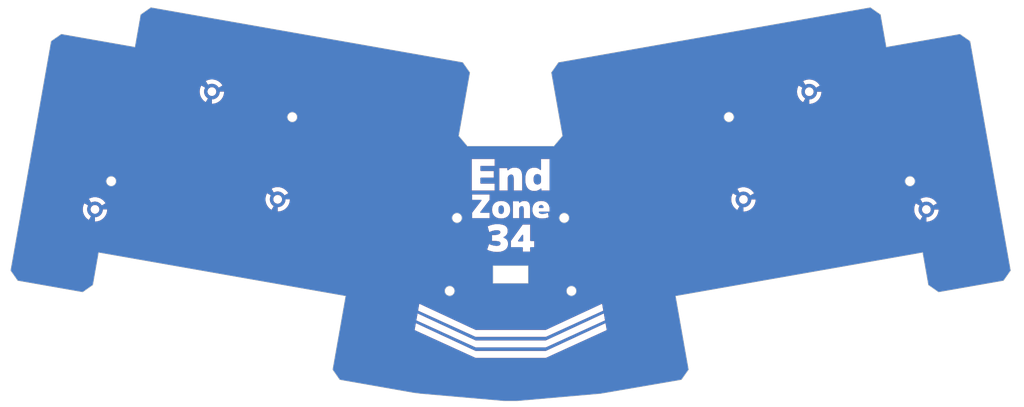
<source format=kicad_pcb>
(kicad_pcb (version 20240108) (generator "pcbnew") (generator_version "8.0")
  (layers (0 "F.Cu" signal) (31 "B.Cu" signal) (34 "B.Paste" user) (35 "F.Paste" user) (36 "B.SilkS" user "B.Silkscreen") (37 "F.SilkS" user "F.Silkscreen") (38 "B.Mask" user) (39 "F.Mask" user) (44 "Edge.Cuts" user))
  (net 0 "")
  (footprint "isw-kbd:M2_ScrewHole_EdgeCuts" (layer "F.Cu") (at 41.922798 56.034725)
    (property "Reference" "Ref**" (hide yes))
    (property "Value" "Val**" (hide yes))
    (fp_circle (center 0 0) (end 1.1 0) (stroke (width 0.1)) (fill none) (layer "Edge.Cuts"))
  )
  (footprint "isw-kbd:M2_ScrewHole_EdgeCuts" (layer "F.Cu") (at 223.956255 56.034725)
    (property "Reference" "Ref**" (hide yes))
    (property "Value" "Val**" (hide yes))
    (fp_circle (center 0 0) (end 1.1 0) (stroke (width 0.1)) (fill none) (layer "Edge.Cuts"))
  )
  (footprint "isw-kbd:M2_ScrewHole_EdgeCuts" (layer "F.Cu") (at 145.152758 64.416722)
    (property "Reference" "Ref**" (hide yes))
    (property "Value" "Val**" (hide yes))
    (fp_circle (center 0 0) (end 1.1 0) (stroke (width 0.1)) (fill none) (layer "Edge.Cuts"))
  )
  (footprint "isw-kbd:M2_ScrewHole_EdgeCuts" (layer "F.Cu") (at 83.183824 41.412089)
    (property "Reference" "Ref**" (hide yes))
    (property "Value" "Val**" (hide yes))
    (fp_circle (center 0 0) (end 1.1 0) (stroke (width 0.1)) (fill none) (layer "Edge.Cuts"))
  )
  (footprint "isw-kbd:M2_ScrewHole_EdgeCuts" (layer "F.Cu") (at 120.726427 64.417372)
    (property "Reference" "Ref**" (hide yes))
    (property "Value" "Val**" (hide yes))
    (fp_circle (center 0 0) (end 1.1 0) (stroke (width 0.1)) (fill none) (layer "Edge.Cuts"))
  )
  (footprint "isw-kbd:M2_ScrewHole_EdgeCuts" (layer "F.Cu") (at 119.061319 81.07143)
    (property "Reference" "Ref**" (hide yes))
    (property "Value" "Val**" (hide yes))
    (fp_circle (center 0 0) (end 1.1 0) (stroke (width 0.1)) (fill none) (layer "Edge.Cuts"))
  )
  (footprint "isw-kbd:M2_ScrewHole_EdgeCuts" (layer "F.Cu") (at 182.688311 41.405031)
    (property "Reference" "Ref**" (hide yes))
    (property "Value" "Val**" (hide yes))
    (fp_circle (center 0 0) (end 1.1 0) (stroke (width 0.1)) (fill none) (layer "Edge.Cuts"))
  )
  (footprint "isw-kbd:M2_ScrewHole_EdgeCuts" (layer "F.Cu") (at 146.803759 81.07143)
    (property "Reference" "Ref**" (hide yes))
    (property "Value" "Val**" (hide yes))
    (fp_circle (center 0 0) (end 1.1 0) (stroke (width 0.1)) (fill none) (layer "Edge.Cuts"))
  )
  (gr_line (start 122.959566 30.209421) (end 122.680178 29.810431) (stroke (width 0.100012)) (layer "Edge.Cuts"))
  (gr_line (start 142.789232 48.02858) (end 123.101061 48.02858) (stroke (width 0.100012)) (layer "Edge.Cuts"))
  (gr_line (start 229.767183 80.86853) (end 229.981661 81.018707) (stroke (width 0.100012)) (layer "Edge.Cuts"))
  (gr_line (start 173.025011 99.710526) (end 173.175997 99.495873) (stroke (width 0.100012)) (layer "Edge.Cuts"))
  (gr_line (start 28.46655 23.906326) (end 28.46655 23.906326) (stroke (width 0.100012)) (layer "Edge.Cuts"))
  (gr_line (start 123.100321 30.410854) (end 123.100321 30.410854) (stroke (width 0.100012)) (layer "Edge.Cuts"))
  (gr_line (start 20.134151 78.049767) (end 20.134151 78.049767) (stroke (width 0.100012)) (layer "Edge.Cuts"))
  (gr_line (start 236.444261 23.220176) (end 236.244249 23.079769) (stroke (width 0.100012)) (layer "Edge.Cuts"))
  (gr_line (start 19.271398 76.817692) (end 19.271398 76.817692) (stroke (width 0.100012)) (layer "Edge.Cuts"))
  (gr_line (start 144.167192 46.386755) (end 143.995386 46.591366) (stroke (width 0.100012)) (layer "Edge.Cuts"))
  (gr_line (start 228.753679 80.158955) (end 228.753679 80.158955) (stroke (width 0.100012)) (layer "Edge.Cuts"))
  (gr_line (start 50.554811 16.660991) (end 50.336372 16.813744) (stroke (width 0.100012)) (layer "Edge.Cuts"))
  (gr_line (start 93.378382 100.455742) (end 93.378382 100.455742) (stroke (width 0.100012)) (layer "Edge.Cuts"))
  (gr_line (start 173.175997 99.495873) (end 173.175997 99.495873) (stroke (width 0.100012)) (layer "Edge.Cuts"))
  (gr_line (start 122.385958 29.390624) (end 122.385958 29.390624) (stroke (width 0.100012)) (layer "Edge.Cuts"))
  (gr_line (start 134.469225 106.179489) (end 134.469225 106.179489) (stroke (width 0.100012)) (layer "Edge.Cuts"))
  (gr_line (start 143.4013 29.534914) (end 143.4013 29.534914) (stroke (width 0.100012)) (layer "Edge.Cuts"))
  (gr_line (start 110.793962 104.310043) (end 110.793962 104.310043) (stroke (width 0.100012)) (layer "Edge.Cuts"))
  (gr_line (start 236.244249 23.079769) (end 236.244249 23.079769) (stroke (width 0.100012)) (layer "Edge.Cuts"))
  (gr_line (start 245.554354 78.338516) (end 245.707079 78.120075) (stroke (width 0.100012)) (layer "Edge.Cuts"))
  (gr_line (start 50.336372 16.813744) (end 50.336372 16.813744) (stroke (width 0.100012)) (layer "Edge.Cuts"))
  (gr_line (start 50.952852 16.382294) (end 50.952852 16.382294) (stroke (width 0.100012)) (layer "Edge.Cuts"))
  (gr_line (start 172.880739 99.915917) (end 172.880739 99.915917) (stroke (width 0.100012)) (layer "Edge.Cuts"))
  (gr_line (start 131.418756 106.179489) (end 131.418756 106.179489) (stroke (width 0.100012)) (layer "Edge.Cuts"))
  (gr_line (start 136.943621 75.319512) (end 128.942629 75.319512) (stroke (width 0.100012)) (layer "Edge.Cuts"))
  (gr_line (start 131.418756 106.179489) (end 134.469225 106.179489) (stroke (width 0.100012)) (layer "Edge.Cuts"))
  (gr_line (start 246.898134 76.419655) (end 246.898134 76.419655) (stroke (width 0.100012)) (layer "Edge.Cuts"))
  (gr_line (start 218.561281 25.415164) (end 217.252825 18.004013) (stroke (width 0.100012)) (layer "Edge.Cuts"))
  (gr_line (start 122.171129 46.920504) (end 122.00638 46.724005) (stroke (width 0.100012)) (layer "Edge.Cuts"))
  (gr_line (start 28.694162 23.746872) (end 28.694162 23.746872) (stroke (width 0.100012)) (layer "Edge.Cuts"))
  (gr_line (start 30.538731 22.455356) (end 30.373561 22.571071) (stroke (width 0.100012)) (layer "Edge.Cuts"))
  (gr_line (start 236.642885 23.359169) (end 236.444261 23.220176) (stroke (width 0.100012)) (layer "Edge.Cuts"))
  (gr_line (start 172.600283 100.314873) (end 172.739977 100.116051) (stroke (width 0.100012)) (layer "Edge.Cuts"))
  (gr_line (start 123.100321 30.410854) (end 122.959566 30.209421) (stroke (width 0.100012)) (layer "Edge.Cuts"))
  (gr_line (start 39.059336 72.316212) (end 95.34054 82.23999) (stroke (width 0.100012)) (layer "Edge.Cuts"))
  (gr_line (start 19.108308 76.584828) (end 19.271398 76.817692) (stroke (width 0.100012)) (layer "Edge.Cuts"))
  (gr_line (start 142.210688 31.235658) (end 142.210688 31.235658) (stroke (width 0.100012)) (layer "Edge.Cuts"))
  (gr_line (start 235.596559 22.626454) (end 235.352083 22.455356) (stroke (width 0.100012)) (layer "Edge.Cuts"))
  (gr_line (start 121.664186 46.316197) (end 121.664186 46.316197) (stroke (width 0.100012)) (layer "Edge.Cuts"))
  (gr_line (start 171.994554 101.176079) (end 171.994554 101.176079) (stroke (width 0.100012)) (layer "Edge.Cuts"))
  (gr_line (start 143.003374 47.773525) (end 142.862963 47.940743) (stroke (width 0.100012)) (layer "Edge.Cuts"))
  (gr_line (start 236.844301 23.500278) (end 236.844301 23.500278) (stroke (width 0.100012)) (layer "Edge.Cuts"))
  (gr_line (start 18.992633 76.419655) (end 18.992633 76.419655) (stroke (width 0.100012)) (layer "Edge.Cuts"))
  (gr_line (start 93.831705 101.103195) (end 94.002802 101.347847) (stroke (width 0.100012)) (layer "Edge.Cuts"))
  (gr_line (start 36.260574 80.771912) (end 36.461975 80.630829) (stroke (width 0.100012)) (layer "Edge.Cuts"))
  (gr_line (start 37.280737 80.057499) (end 37.280737 80.057499) (stroke (width 0.100012)) (layer "Edge.Cuts"))
  (gr_line (start 122.536241 29.605113) (end 122.385958 29.390624) (stroke (width 0.100012)) (layer "Edge.Cuts"))
  (gr_line (start 36.660766 80.491623) (end 36.660766 80.491623) (stroke (width 0.100012)) (layer "Edge.Cuts"))
  (gr_line (start 123.246019 30.618989) (end 123.246019 30.618989) (stroke (width 0.100012)) (layer "Edge.Cuts"))
  (gr_line (start 217.252825 18.004013) (end 217.087374 17.888299) (stroke (width 0.100012)) (layer "Edge.Cuts"))
  (gr_line (start 144.348871 46.170151) (end 144.348871 46.170151) (stroke (width 0.100012)) (layer "Edge.Cuts"))
  (gr_line (start 19.990359 77.844414) (end 19.990359 77.844414) (stroke (width 0.100012)) (layer "Edge.Cuts"))
  (gr_line (start 49.926973 17.100548) (end 49.926973 17.100548) (stroke (width 0.100012)) (layer "Edge.Cuts"))
  (gr_line (start 35.436169 81.349228) (end 35.436169 81.349228) (stroke (width 0.100012)) (layer "Edge.Cuts"))
  (gr_line (start 143.136019 47.615832) (end 143.003374 47.773525) (stroke (width 0.100012)) (layer "Edge.Cuts"))
  (gr_line (start 37.752966 79.726803) (end 39.059336 72.316212) (stroke (width 0.100012)) (layer "Edge.Cuts"))
  (gr_line (start 121.838808 46.524332) (end 121.838808 46.524332) (stroke (width 0.100012)) (layer "Edge.Cuts"))
  (gr_line (start 171.994554 101.176079) (end 172.158586 100.942993) (stroke (width 0.100012)) (layer "Edge.Cuts"))
  (gr_line (start 142.975504 30.143106) (end 142.835451 30.343481) (stroke (width 0.100012)) (layer "Edge.Cuts"))
  (gr_line (start 143.664125 46.986126) (end 143.496561 47.185799) (stroke (width 0.100012)) (layer "Edge.Cuts"))
  (gr_line (start 172.31241 100.724381) (end 172.458452 100.51635) (stroke (width 0.100012)) (layer "Edge.Cuts"))
  (gr_line (start 215.827989 17.006707) (end 215.408174 16.712845) (stroke (width 0.100012)) (layer "Edge.Cuts"))
  (gr_line (start 95.34054 82.23999) (end 92.380739 99.031052) (stroke (width 0.100012)) (layer "Edge.Cuts"))
  (gr_line (start 50.787647 16.498009) (end 50.787647 16.498009) (stroke (width 0.100012)) (layer "Edge.Cuts"))
  (gr_line (start 144.167192 46.386755) (end 144.167192 46.386755) (stroke (width 0.100012)) (layer "Edge.Cuts"))
  (gr_line (start 37.066212 80.207707) (end 37.280737 80.057499) (stroke (width 0.100012)) (layer "Edge.Cuts"))
  (gr_line (start 93.237985 100.255646) (end 93.378382 100.455742) (stroke (width 0.100012)) (layer "Edge.Cuts"))
  (gr_line (start 172.31241 100.724381) (end 172.31241 100.724381) (stroke (width 0.100012)) (layer "Edge.Cuts"))
  (gr_line (start 121.20521 45.769383) (end 121.131479 45.681545) (stroke (width 0.100012)) (layer "Edge.Cuts"))
  (gr_line (start 216.636171 17.572564) (end 216.636171 17.572564) (stroke (width 0.100012)) (layer "Edge.Cuts"))
  (gr_line (start 112.442499 104.518326) (end 131.418756 106.179489) (stroke (width 0.100012)) (layer "Edge.Cuts"))
  (gr_line (start 134.469225 106.179489) (end 153.44832 104.518326) (stroke (width 0.100012)) (layer "Edge.Cuts"))
  (gr_line (start 122.055414 28.918608) (end 122.055414 28.918608) (stroke (width 0.100012)) (layer "Edge.Cuts"))
  (gr_line (start 142.975504 30.143106) (end 142.975504 30.143106) (stroke (width 0.100012)) (layer "Edge.Cuts"))
  (gr_line (start 245.993929 77.710678) (end 246.133272 77.511891) (stroke (width 0.100012)) (layer "Edge.Cuts"))
  (gr_line (start 143.321932 47.393933) (end 143.136019 47.615832) (stroke (width 0.100012)) (layer "Edge.Cuts"))
  (gr_line (start 143.554399 29.316549) (end 143.554399 29.316549) (stroke (width 0.100012)) (layer "Edge.Cuts"))
  (gr_line (start 143.321932 47.393933) (end 143.321932 47.393933) (stroke (width 0.100012)) (layer "Edge.Cuts"))
  (gr_line (start 236.038927 22.936189) (end 236.038927 22.936189) (stroke (width 0.100012)) (layer "Edge.Cuts"))
  (gr_line (start 28.221898 24.077423) (end 18.992633 76.419655) (stroke (width 0.100012)) (layer "Edge.Cuts"))
  (gr_line (start 229.162889 80.445549) (end 229.561861 80.72477) (stroke (width 0.100012)) (layer "Edge.Cuts"))
  (gr_line (start 123.399126 30.837362) (end 123.246019 30.618989) (stroke (width 0.100012)) (layer "Edge.Cuts"))
  (gr_line (start 236.844301 23.500278) (end 236.642885 23.359169) (stroke (width 0.100012)) (layer "Edge.Cuts"))
  (gr_line (start 245.275652 78.736561) (end 245.391374 78.571388) (stroke (width 0.100012)) (layer "Edge.Cuts"))
  (gr_line (start 245.391374 78.571388) (end 245.554354 78.338516) (stroke (width 0.100012)) (layer "Edge.Cuts"))
  (gr_line (start 36.660766 80.491623) (end 36.860895 80.351502) (stroke (width 0.100012)) (layer "Edge.Cuts"))
  (gr_line (start 36.05261 80.917496) (end 36.260574 80.771912) (stroke (width 0.100012)) (layer "Edge.Cuts"))
  (gr_line (start 36.260574 80.771912) (end 36.260574 80.771912) (stroke (width 0.100012)) (layer "Edge.Cuts"))
  (gr_line (start 35.601339 81.233551) (end 35.601339 81.233551) (stroke (width 0.100012)) (layer "Edge.Cuts"))
  (gr_line (start 144.613802 45.854065) (end 144.477632 46.016691) (stroke (width 0.100012)) (layer "Edge.Cuts"))
  (gr_line (start 36.860895 80.351502) (end 36.860895 80.351502) (stroke (width 0.100012)) (layer "Edge.Cuts"))
  (gr_line (start 215.408174 16.712845) (end 215.408174 16.712845) (stroke (width 0.100012)) (layer "Edge.Cuts"))
  (gr_line (start 245.275652 78.736561) (end 245.275652 78.736561) (stroke (width 0.100012)) (layer "Edge.Cuts"))
  (gr_line (start 246.726656 76.664303) (end 246.726656 76.664303) (stroke (width 0.100012)) (layer "Edge.Cuts"))
  (gr_line (start 122.171129 46.920504) (end 122.171129 46.920504) (stroke (width 0.100012)) (layer "Edge.Cuts"))
  (gr_line (start 215.827989 17.006707) (end 215.827989 17.006707) (stroke (width 0.100012)) (layer "Edge.Cuts"))
  (gr_line (start 29.512889 23.17361) (end 29.314098 23.312604) (stroke (width 0.100012)) (layer "Edge.Cuts"))
  (gr_line (start 28.908687 23.59659) (end 28.908687 23.59659) (stroke (width 0.100012)) (layer "Edge.Cuts"))
  (gr_line (start 170.547472 82.23999) (end 226.82892 72.316212) (stroke (width 0.100012)) (layer "Edge.Cuts"))
  (gr_line (start 48.635948 18.004716) (end 47.329645 25.415164) (stroke (width 0.100012)) (layer "Edge.Cuts"))
  (gr_line (start 218.561281 25.415164) (end 218.561281 25.415164) (stroke (width 0.100012)) (layer "Edge.Cuts"))
  (gr_line (start 123.67782 31.235295) (end 123.562105 31.070196) (stroke (width 0.100012)) (layer "Edge.Cuts"))
  (gr_line (start 143.828874 46.789625) (end 143.828874 46.789625) (stroke (width 0.100012)) (layer "Edge.Cuts"))
  (gr_line (start 20.284364 78.264294) (end 20.443749 78.491905) (stroke (width 0.100012)) (layer "Edge.Cuts"))
  (gr_line (start 39.059336 72.316212) (end 39.059336 72.316212) (stroke (width 0.100012)) (layer "Edge.Cuts"))
  (gr_line (start 37.066212 80.207707) (end 37.066212 80.207707) (stroke (width 0.100012)) (layer "Edge.Cuts"))
  (gr_line (start 122.819895 47.693438) (end 122.819895 47.693438) (stroke (width 0.100012)) (layer "Edge.Cuts"))
  (gr_line (start 92.496446 99.196221) (end 92.659433 99.429054) (stroke (width 0.100012)) (layer "Edge.Cuts"))
  (gr_line (start 48.880598 17.833271) (end 48.880598 17.833271) (stroke (width 0.100012)) (layer "Edge.Cuts"))
  (gr_line (start 143.664125 46.986126) (end 143.664125 46.986126) (stroke (width 0.100012)) (layer "Edge.Cuts"))
  (gr_line (start 142.210688 31.235658) (end 144.758798 45.681198) (stroke (width 0.100012)) (layer "Edge.Cuts"))
  (gr_line (start 92.95788 99.855454) (end 93.098993 100.056854) (stroke (width 0.100012)) (layer "Edge.Cuts"))
  (gr_line (start 122.680178 29.810431) (end 122.680178 29.810431) (stroke (width 0.100012)) (layer "Edge.Cuts"))
  (gr_line (start 216.428392 17.426868) (end 216.226961 17.285759) (stroke (width 0.100012)) (layer "Edge.Cuts"))
  (gr_line (start 122.819895 47.693438) (end 122.509455 47.323374) (stroke (width 0.100012)) (layer "Edge.Cuts"))
  (gr_line (start 50.128408 16.959439) (end 50.128408 16.959439) (stroke (width 0.100012)) (layer "Edge.Cuts"))
  (gr_line (start 49.528087 17.379956) (end 49.322737 17.523536) (stroke (width 0.100012)) (layer "Edge.Cuts"))
  (gr_line (start 172.158586 100.942993) (end 172.31241 100.724381) (stroke (width 0.100012)) (layer "Edge.Cuts"))
  (gr_line (start 93.831705 101.103195) (end 93.831705 101.103195) (stroke (width 0.100012)) (layer "Edge.Cuts"))
  (gr_line (start 30.538731 22.455356) (end 30.538731 22.455356) (stroke (width 0.100012)) (layer "Edge.Cuts"))
  (gr_line (start 229.981661 81.018707) (end 230.454027 81.349289) (stroke (width 0.100012)) (layer "Edge.Cuts"))
  (gr_line (start 173.175997 99.495873) (end 173.336168 99.268044) (stroke (width 0.100012)) (layer "Edge.Cuts"))
  (gr_line (start 123.562105 31.070196) (end 123.562105 31.070196) (stroke (width 0.100012)) (layer "Edge.Cuts"))
  (gr_line (start 122.055414 28.918608) (end 50.952852 16.382294) (stroke (width 0.100012)) (layer "Edge.Cuts"))
  (gr_line (start 122.385958 29.390624) (end 122.226862 29.163078) (stroke (width 0.100012)) (layer "Edge.Cuts"))
  (gr_line (start 121.131479 45.681545) (end 123.67782 31.235295) (stroke (width 0.100012)) (layer "Edge.Cuts"))
  (gr_line (start 49.108211 17.673817) (end 49.108211 17.673817) (stroke (width 0.100012)) (layer "Edge.Cuts"))
  (gr_line (start 19.711029 77.44553) (end 19.711029 77.44553) (stroke (width 0.100012)) (layer "Edge.Cuts"))
  (gr_line (start 29.922253 22.886806) (end 29.922253 22.886806) (stroke (width 0.100012)) (layer "Edge.Cuts"))
  (gr_line (start 94.002802 101.347847) (end 94.002802 101.347847) (stroke (width 0.100012)) (layer "Edge.Cuts"))
  (gr_line (start 237.668764 24.077415) (end 237.668764 24.077415) (stroke (width 0.100012)) (layer "Edge.Cuts"))
  (gr_line (start 228.302477 79.843041) (end 228.535295 80.006024) (stroke (width 0.100012)) (layer "Edge.Cuts"))
  (gr_line (start 92.812189 99.647492) (end 92.95788 99.855454) (stroke (width 0.100012)) (layer "Edge.Cuts"))
  (gr_line (start 144.613802 45.854065) (end 144.613802 45.854065) (stroke (width 0.100012)) (layer "Edge.Cuts"))
  (gr_line (start 20.284364 78.264294) (end 20.284364 78.264294) (stroke (width 0.100012)) (layer "Edge.Cuts"))
  (gr_line (start 214.935808 16.381947) (end 143.833101 28.918608) (stroke (width 0.100012)) (layer "Edge.Cuts"))
  (gr_line (start 172.880739 99.915917) (end 173.025011 99.710526) (stroke (width 0.100012)) (layer "Edge.Cuts"))
  (gr_line (start 142.789232 48.02858) (end 142.789232 48.02858) (stroke (width 0.100012)) (layer "Edge.Cuts"))
  (gr_line (start 144.477632 46.016691) (end 144.477632 46.016691) (stroke (width 0.100012)) (layer "Edge.Cuts"))
  (gr_line (start 110.793962 104.310043) (end 112.442499 104.518326) (stroke (width 0.100012)) (layer "Edge.Cuts"))
  (gr_line (start 171.878481 101.341492) (end 171.994554 101.176079) (stroke (width 0.100012)) (layer "Edge.Cuts"))
  (gr_line (start 229.981661 81.018707) (end 229.981661 81.018707) (stroke (width 0.100012)) (layer "Edge.Cuts"))
  (gr_line (start 36.461975 80.630829) (end 36.461975 80.630829) (stroke (width 0.100012)) (layer "Edge.Cuts"))
  (gr_line (start 122.680178 29.810431) (end 122.536241 29.605113) (stroke (width 0.100012)) (layer "Edge.Cuts"))
  (gr_line (start 235.824449 22.785908) (end 235.596559 22.626454) (stroke (width 0.100012)) (layer "Edge.Cuts"))
  (gr_line (start 121.664186 46.316197) (end 121.478266 46.09465) (stroke (width 0.100012)) (layer "Edge.Cuts"))
  (gr_line (start 122.956064 47.855719) (end 122.956064 47.855719) (stroke (width 0.100012)) (layer "Edge.Cuts"))
  (gr_line (start 29.314098 23.312604) (end 28.908687 23.59659) (stroke (width 0.100012)) (layer "Edge.Cuts"))
  (gr_line (start 235.352083 22.455356) (end 235.352083 22.455356) (stroke (width 0.100012)) (layer "Edge.Cuts"))
  (gr_line (start 173.025011 99.710526) (end 173.025011 99.710526) (stroke (width 0.100012)) (layer "Edge.Cuts"))
  (gr_line (start 228.137377 79.727398) (end 228.137377 79.727398) (stroke (width 0.100012)) (layer "Edge.Cuts"))
  (gr_line (start 228.302477 79.843041) (end 228.302477 79.843041) (stroke (width 0.100012)) (layer "Edge.Cuts"))
  (gr_line (start 49.108211 17.673817) (end 48.880598 17.833271) (stroke (width 0.100012)) (layer "Edge.Cuts"))
  (gr_line (start 50.336372 16.813744) (end 50.128408 16.959439) (stroke (width 0.100012)) (layer "Edge.Cuts"))
  (gr_line (start 123.101061 48.02858) (end 123.101061 48.02858) (stroke (width 0.100012)) (layer "Edge.Cuts"))
  (gr_line (start 173.508333 99.023071) (end 173.508333 99.023071) (stroke (width 0.100012)) (layer "Edge.Cuts"))
  (gr_line (start 122.00638 46.724005) (end 121.838808 46.524332) (stroke (width 0.100012)) (layer "Edge.Cuts"))
  (gr_line (start 142.862963 47.940743) (end 142.862963 47.940743) (stroke (width 0.100012)) (layer "Edge.Cuts"))
  (gr_line (start 228.961458 80.304543) (end 228.961458 80.304543) (stroke (width 0.100012)) (layer "Edge.Cuts"))
  (gr_line (start 229.561861 80.72477) (end 229.767183 80.86853) (stroke (width 0.100012)) (layer "Edge.Cuts"))
  (gr_line (start 19.424327 77.036129) (end 19.424327 77.036129) (stroke (width 0.100012)) (layer "Edge.Cuts"))
  (gr_line (start 215.408174 16.712845) (end 215.18062 16.553391) (stroke (width 0.100012)) (layer "Edge.Cuts"))
  (gr_line (start 30.373561 22.571071) (end 29.922253 22.886806) (stroke (width 0.100012)) (layer "Edge.Cuts"))
  (gr_line (start 35.601339 81.233551) (end 36.05261 80.917496) (stroke (width 0.100012)) (layer "Edge.Cuts"))
  (gr_line (start 48.880598 17.833271) (end 48.635948 18.004716) (stroke (width 0.100012)) (layer "Edge.Cuts"))
  (gr_line (start 217.087374 17.888299) (end 217.087374 17.888299) (stroke (width 0.100012)) (layer "Edge.Cuts"))
  (gr_line (start 142.541582 30.763287) (end 142.541582 30.763287) (stroke (width 0.100012)) (layer "Edge.Cuts"))
  (gr_line (start 92.659433 99.429054) (end 92.659433 99.429054) (stroke (width 0.100012)) (layer "Edge.Cuts"))
  (gr_line (start 122.536241 29.605113) (end 122.536241 29.605113) (stroke (width 0.100012)) (layer "Edge.Cuts"))
  (gr_line (start 122.509455 47.323374) (end 122.171129 46.920504) (stroke (width 0.100012)) (layer "Edge.Cuts"))
  (gr_line (start 48.635948 18.004716) (end 48.635948 18.004716) (stroke (width 0.100012)) (layer "Edge.Cuts"))
  (gr_line (start 215.18062 16.553391) (end 215.18062 16.553391) (stroke (width 0.100012)) (layer "Edge.Cuts"))
  (gr_line (start 173.508333 99.023071) (end 170.547472 82.23999) (stroke (width 0.100012)) (layer "Edge.Cuts"))
  (gr_line (start 20.615057 78.736557) (end 35.436169 81.349228) (stroke (width 0.100012)) (layer "Edge.Cuts"))
  (gr_line (start 246.416902 77.106442) (end 246.567201 76.891918) (stroke (width 0.100012)) (layer "Edge.Cuts"))
  (gr_line (start 28.221898 24.077423) (end 28.221898 24.077423) (stroke (width 0.100012)) (layer "Edge.Cuts"))
  (gr_line (start 246.133272 77.511891) (end 246.133272 77.511891) (stroke (width 0.100012)) (layer "Edge.Cuts"))
  (gr_line (start 230.454058 81.349297) (end 245.275652 78.736561) (stroke (width 0.100012)) (layer "Edge.Cuts"))
  (gr_line (start 29.512889 23.17361) (end 29.512889 23.17361) (stroke (width 0.100012)) (layer "Edge.Cuts"))
  (gr_line (start 216.226961 17.285759) (end 215.827989 17.006707) (stroke (width 0.100012)) (layer "Edge.Cuts"))
  (gr_line (start 121.131479 45.681545) (end 121.131479 45.681545) (stroke (width 0.100012)) (layer "Edge.Cuts"))
  (gr_line (start 215.18062 16.553391) (end 214.935808 16.381947) (stroke (width 0.100012)) (layer "Edge.Cuts"))
  (gr_line (start 47.329645 25.415164) (end 47.329645 25.415164) (stroke (width 0.100012)) (layer "Edge.Cuts"))
  (gr_line (start 92.659433 99.429054) (end 92.812189 99.647492) (stroke (width 0.100012)) (layer "Edge.Cuts"))
  (gr_line (start 123.246019 30.618989) (end 123.100321 30.410854) (stroke (width 0.100012)) (layer "Edge.Cuts"))
  (gr_line (start 121.478266 46.09465) (end 121.345621 45.936957) (stroke (width 0.100012)) (layer "Edge.Cuts"))
  (gr_line (start 92.496446 99.196221) (end 92.496446 99.196221) (stroke (width 0.100012)) (layer "Edge.Cuts"))
  (gr_line (start 143.136019 47.615832) (end 143.136019 47.615832) (stroke (width 0.100012)) (layer "Edge.Cuts"))
  (gr_line (start 172.739977 100.116051) (end 172.880739 99.915917) (stroke (width 0.100012)) (layer "Edge.Cuts"))
  (gr_line (start 237.668764 24.077415) (end 237.503664 23.962063) (stroke (width 0.100012)) (layer "Edge.Cuts"))
  (gr_line (start 217.087374 17.888299) (end 216.636171 17.572564) (stroke (width 0.100012)) (layer "Edge.Cuts"))
  (gr_line (start 245.8528 77.912113) (end 245.993929 77.710678) (stroke (width 0.100012)) (layer "Edge.Cuts"))
  (gr_line (start 93.521959 100.661095) (end 93.521959 100.661095) (stroke (width 0.100012)) (layer "Edge.Cuts"))
  (gr_line (start 235.596559 22.626454) (end 235.596559 22.626454) (stroke (width 0.100012)) (layer "Edge.Cuts"))
  (gr_line (start 245.707079 78.120075) (end 245.707079 78.120075) (stroke (width 0.100012)) (layer "Edge.Cuts"))
  (gr_line (start 235.352083 22.455356) (end 218.561281 25.415164) (stroke (width 0.100012)) (layer "Edge.Cuts"))
  (gr_line (start 144.758798 45.681198) (end 144.758798 45.681198) (stroke (width 0.100012)) (layer "Edge.Cuts"))
  (gr_line (start 37.752966 79.726803) (end 37.752966 79.726803) (stroke (width 0.100012)) (layer "Edge.Cuts"))
  (gr_line (start 246.567201 76.891918) (end 246.726656 76.664303) (stroke (width 0.100012)) (layer "Edge.Cuts"))
  (gr_line (start 123.67782 31.235295) (end 123.67782 31.235295) (stroke (width 0.100012)) (layer "Edge.Cuts"))
  (gr_line (start 228.535295 80.006024) (end 228.535295 80.006024) (stroke (width 0.100012)) (layer "Edge.Cuts"))
  (gr_line (start 216.636171 17.572564) (end 216.428392 17.426868) (stroke (width 0.100012)) (layer "Edge.Cuts"))
  (gr_line (start 47.329645 25.415164) (end 30.538731 22.455356) (stroke (width 0.100012)) (layer "Edge.Cuts"))
  (gr_line (start 49.728182 17.239897) (end 49.528087 17.379956) (stroke (width 0.100012)) (layer "Edge.Cuts"))
  (gr_line (start 19.569989 77.244095) (end 19.569989 77.244095) (stroke (width 0.100012)) (layer "Edge.Cuts"))
  (gr_line (start 20.443749 78.491905) (end 20.615057 78.736557) (stroke (width 0.100012)) (layer "Edge.Cuts"))
  (gr_line (start 245.993929 77.710678) (end 245.993929 77.710678) (stroke (width 0.100012)) (layer "Edge.Cuts"))
  (gr_line (start 229.767183 80.86853) (end 229.767183 80.86853) (stroke (width 0.100012)) (layer "Edge.Cuts"))
  (gr_line (start 122.00638 46.724005) (end 122.00638 46.724005) (stroke (width 0.100012)) (layer "Edge.Cuts"))
  (gr_line (start 172.458452 100.51635) (end 172.600283 100.314873) (stroke (width 0.100012)) (layer "Edge.Cuts"))
  (gr_line (start 19.271398 76.817692) (end 19.424327 77.036129) (stroke (width 0.100012)) (layer "Edge.Cuts"))
  (gr_line (start 18.992633 76.419655) (end 19.108308 76.584828) (stroke (width 0.100012)) (layer "Edge.Cuts"))
  (gr_line (start 50.554811 16.660991) (end 50.554811 16.660991) (stroke (width 0.100012)) (layer "Edge.Cuts"))
  (gr_line (start 19.711029 77.44553) (end 19.990359 77.844414) (stroke (width 0.100012)) (layer "Edge.Cuts"))
  (gr_line (start 143.554399 29.316549) (end 143.4013 29.534914) (stroke (width 0.100012)) (layer "Edge.Cuts"))
  (gr_line (start 20.134151 78.049767) (end 20.284364 78.264294) (stroke (width 0.100012)) (layer "Edge.Cuts"))
  (gr_line (start 30.373561 22.571071) (end 30.373561 22.571071) (stroke (width 0.100012)) (layer "Edge.Cuts"))
  (gr_line (start 121.478266 46.09465) (end 121.478266 46.09465) (stroke (width 0.100012)) (layer "Edge.Cuts"))
  (gr_line (start 237.052462 23.645973) (end 236.844301 23.500278) (stroke (width 0.100012)) (layer "Edge.Cuts"))
  (gr_line (start 122.959566 30.209421) (end 122.959566 30.209421) (stroke (width 0.100012)) (layer "Edge.Cuts"))
  (gr_line (start 245.707079 78.120075) (end 245.8528 77.912113) (stroke (width 0.100012)) (layer "Edge.Cuts"))
  (gr_line (start 236.444261 23.220176) (end 236.444261 23.220176) (stroke (width 0.100012)) (layer "Edge.Cuts"))
  (gr_line (start 245.391374 78.571388) (end 245.391374 78.571388) (stroke (width 0.100012)) (layer "Edge.Cuts"))
  (gr_line (start 92.95788 99.855454) (end 92.95788 99.855454) (stroke (width 0.100012)) (layer "Edge.Cuts"))
  (gr_line (start 121.345621 45.936957) (end 121.345621 45.936957) (stroke (width 0.100012)) (layer "Edge.Cuts"))
  (gr_line (start 128.942629 75.319512) (end 128.942629 79.320015) (stroke (width 0.100012)) (layer "Edge.Cuts"))
  (gr_line (start 143.833101 28.918608) (end 143.833101 28.918608) (stroke (width 0.100012)) (layer "Edge.Cuts"))
  (gr_line (start 49.322737 17.523536) (end 49.108211 17.673817) (stroke (width 0.100012)) (layer "Edge.Cuts"))
  (gr_line (start 28.46655 23.906326) (end 28.221898 24.077423) (stroke (width 0.100012)) (layer "Edge.Cuts"))
  (gr_line (start 49.322737 17.523536) (end 49.322737 17.523536) (stroke (width 0.100012)) (layer "Edge.Cuts"))
  (gr_line (start 50.787647 16.498009) (end 50.554811 16.660991) (stroke (width 0.100012)) (layer "Edge.Cuts"))
  (gr_line (start 121.838808 46.524332) (end 121.664186 46.316197) (stroke (width 0.100012)) (layer "Edge.Cuts"))
  (gr_line (start 153.44832 104.518326) (end 153.44832 104.518326) (stroke (width 0.100012)) (layer "Edge.Cuts"))
  (gr_line (start 94.002802 101.347847) (end 110.793962 104.310043) (stroke (width 0.100012)) (layer "Edge.Cuts"))
  (gr_line (start 122.509455 47.323374) (end 122.509455 47.323374) (stroke (width 0.100012)) (layer "Edge.Cuts"))
  (gr_line (start 143.995386 46.591366) (end 143.828874 46.789625) (stroke (width 0.100012)) (layer "Edge.Cuts"))
  (gr_line (start 36.860895 80.351502) (end 37.066212 80.207707) (stroke (width 0.100012)) (layer "Edge.Cuts"))
  (gr_line (start 143.4013 29.534914) (end 143.25596 29.743057) (stroke (width 0.100012)) (layer "Edge.Cuts"))
  (gr_line (start 36.461975 80.630829) (end 36.660766 80.491623) (stroke (width 0.100012)) (layer "Edge.Cuts"))
  (gr_line (start 123.562105 31.070196) (end 123.399126 30.837362) (stroke (width 0.100012)) (layer "Edge.Cuts"))
  (gr_line (start 143.496561 47.185799) (end 143.496561 47.185799) (stroke (width 0.100012)) (layer "Edge.Cuts"))
  (gr_line (start 237.052462 23.645973) (end 237.052462 23.645973) (stroke (width 0.100012)) (layer "Edge.Cuts"))
  (gr_line (start 29.314098 23.312604) (end 29.314098 23.312604) (stroke (width 0.100012)) (layer "Edge.Cuts"))
  (gr_line (start 144.758798 45.681198) (end 144.613802 45.854065) (stroke (width 0.100012)) (layer "Edge.Cuts"))
  (gr_line (start 236.642885 23.359169) (end 236.642885 23.359169) (stroke (width 0.100012)) (layer "Edge.Cuts"))
  (gr_line (start 172.600283 100.314873) (end 172.600283 100.314873) (stroke (width 0.100012)) (layer "Edge.Cuts"))
  (gr_line (start 93.098993 100.056854) (end 93.237985 100.255646) (stroke (width 0.100012)) (layer "Edge.Cuts"))
  (gr_line (start 50.128408 16.959439) (end 49.926973 17.100548) (stroke (width 0.100012)) (layer "Edge.Cuts"))
  (gr_line (start 29.71429 23.032501) (end 29.512889 23.17361) (stroke (width 0.100012)) (layer "Edge.Cuts"))
  (gr_line (start 216.226961 17.285759) (end 216.226961 17.285759) (stroke (width 0.100012)) (layer "Edge.Cuts"))
  (gr_line (start 245.8528 77.912113) (end 245.8528 77.912113) (stroke (width 0.100012)) (layer "Edge.Cuts"))
  (gr_line (start 143.995386 46.591366) (end 143.995386 46.591366) (stroke (width 0.100012)) (layer "Edge.Cuts"))
  (gr_line (start 144.348871 46.170151) (end 144.167192 46.386755) (stroke (width 0.100012)) (layer "Edge.Cuts"))
  (gr_line (start 142.835451 30.343481) (end 142.691866 30.548798) (stroke (width 0.100012)) (layer "Edge.Cuts"))
  (gr_line (start 245.554354 78.338516) (end 245.554354 78.338516) (stroke (width 0.100012)) (layer "Edge.Cuts"))
  (gr_line (start 143.833101 28.918608) (end 143.554399 29.316549) (stroke (width 0.100012)) (layer "Edge.Cuts"))
  (gr_line (start 229.561861 80.72477) (end 229.561861 80.72477) (stroke (width 0.100012)) (layer "Edge.Cuts"))
  (gr_line (start 49.528087 17.379956) (end 49.528087 17.379956) (stroke (width 0.100012)) (layer "Edge.Cuts"))
  (gr_line (start 173.336168 99.268044) (end 173.508333 99.023071) (stroke (width 0.100012)) (layer "Edge.Cuts"))
  (gr_line (start 237.503664 23.962063) (end 237.503664 23.962063) (stroke (width 0.100012)) (layer "Edge.Cuts"))
  (gr_line (start 121.20521 45.769383) (end 121.20521 45.769383) (stroke (width 0.100012)) (layer "Edge.Cuts"))
  (gr_line (start 122.226862 29.163078) (end 122.055414 28.918608) (stroke (width 0.100012)) (layer "Edge.Cuts"))
  (gr_line (start 29.71429 23.032501) (end 29.71429 23.032501) (stroke (width 0.100012)) (layer "Edge.Cuts"))
  (gr_line (start 246.898134 76.419655) (end 237.668764 24.077415) (stroke (width 0.100012)) (layer "Edge.Cuts"))
  (gr_line (start 226.82892 72.316212) (end 228.137377 79.727398) (stroke (width 0.100012)) (layer "Edge.Cuts"))
  (gr_line (start 19.569989 77.244095) (end 19.711029 77.44553) (stroke (width 0.100012)) (layer "Edge.Cuts"))
  (gr_line (start 121.345621 45.936957) (end 121.20521 45.769383) (stroke (width 0.100012)) (layer "Edge.Cuts"))
  (gr_line (start 93.237985 100.255646) (end 93.237985 100.255646) (stroke (width 0.100012)) (layer "Edge.Cuts"))
  (gr_line (start 143.114855 29.944491) (end 143.114855 29.944491) (stroke (width 0.100012)) (layer "Edge.Cuts"))
  (gr_line (start 37.508348 79.898113) (end 37.752966 79.726803) (stroke (width 0.100012)) (layer "Edge.Cuts"))
  (gr_line (start 236.244249 23.079769) (end 236.038927 22.936189) (stroke (width 0.100012)) (layer "Edge.Cuts"))
  (gr_line (start 142.691866 30.548798) (end 142.691866 30.548798) (stroke (width 0.100012)) (layer "Edge.Cuts"))
  (gr_line (start 35.436169 81.349228) (end 35.601339 81.233551) (stroke (width 0.100012)) (layer "Edge.Cuts"))
  (gr_line (start 128.942629 79.320015) (end 136.943621 79.320015) (stroke (width 0.100012)) (layer "Edge.Cuts"))
  (gr_line (start 92.812189 99.647492) (end 92.812189 99.647492) (stroke (width 0.100012)) (layer "Edge.Cuts"))
  (gr_line (start 19.108308 76.584828) (end 19.108308 76.584828) (stroke (width 0.100012)) (layer "Edge.Cuts"))
  (gr_line (start 123.399126 30.837362) (end 123.399126 30.837362) (stroke (width 0.100012)) (layer "Edge.Cuts"))
  (gr_line (start 20.615057 78.736557) (end 20.615057 78.736557) (stroke (width 0.100012)) (layer "Edge.Cuts"))
  (gr_line (start 37.280737 80.057499) (end 37.508348 79.898113) (stroke (width 0.100012)) (layer "Edge.Cuts"))
  (gr_line (start 49.728182 17.239897) (end 49.728182 17.239897) (stroke (width 0.100012)) (layer "Edge.Cuts"))
  (gr_line (start 216.428392 17.426868) (end 216.428392 17.426868) (stroke (width 0.100012)) (layer "Edge.Cuts"))
  (gr_line (start 172.739977 100.116051) (end 172.739977 100.116051) (stroke (width 0.100012)) (layer "Edge.Cuts"))
  (gr_line (start 122.226862 29.163078) (end 122.226862 29.163078) (stroke (width 0.100012)) (layer "Edge.Cuts"))
  (gr_line (start 93.098993 100.056854) (end 93.098993 100.056854) (stroke (width 0.100012)) (layer "Edge.Cuts"))
  (gr_line (start 136.943621 79.320015) (end 136.943621 75.319512) (stroke (width 0.100012)) (layer "Edge.Cuts"))
  (gr_line (start 214.935808 16.381947) (end 214.935808 16.381947) (stroke (width 0.100012)) (layer "Edge.Cuts"))
  (gr_line (start 95.34054 82.23999) (end 95.34054 82.23999) (stroke (width 0.100012)) (layer "Edge.Cuts"))
  (gr_line (start 236.038927 22.936189) (end 235.824449 22.785908) (stroke (width 0.100012)) (layer "Edge.Cuts"))
  (gr_line (start 36.05261 80.917496) (end 36.05261 80.917496) (stroke (width 0.100012)) (layer "Edge.Cuts"))
  (gr_line (start 170.547472 82.23999) (end 170.547472 82.23999) (stroke (width 0.100012)) (layer "Edge.Cuts"))
  (gr_line (start 226.82892 72.316212) (end 226.82892 72.316212) (stroke (width 0.100012)) (layer "Edge.Cuts"))
  (gr_line (start 28.908687 23.59659) (end 28.694162 23.746872) (stroke (width 0.100012)) (layer "Edge.Cuts"))
  (gr_line (start 235.824449 22.785908) (end 235.824449 22.785908) (stroke (width 0.100012)) (layer "Edge.Cuts"))
  (gr_line (start 143.828874 46.789625) (end 143.664125 46.986126) (stroke (width 0.100012)) (layer "Edge.Cuts"))
  (gr_line (start 142.541582 30.763287) (end 142.210688 31.235658) (stroke (width 0.100012)) (layer "Edge.Cuts"))
  (gr_line (start 228.535295 80.006024) (end 228.753679 80.158955) (stroke (width 0.100012)) (layer "Edge.Cuts"))
  (gr_line (start 173.336168 99.268044) (end 173.336168 99.268044) (stroke (width 0.100012)) (layer "Edge.Cuts"))
  (gr_line (start 112.442499 104.518326) (end 112.442499 104.518326) (stroke (width 0.100012)) (layer "Edge.Cuts"))
  (gr_line (start 93.378382 100.455742) (end 93.521959 100.661095) (stroke (width 0.100012)) (layer "Edge.Cuts"))
  (gr_line (start 246.726656 76.664303) (end 246.898134 76.419655) (stroke (width 0.100012)) (layer "Edge.Cuts"))
  (gr_line (start 143.25596 29.743057) (end 143.25596 29.743057) (stroke (width 0.100012)) (layer "Edge.Cuts"))
  (gr_line (start 143.114855 29.944491) (end 142.975504 30.143106) (stroke (width 0.100012)) (layer "Edge.Cuts"))
  (gr_line (start 229.162889 80.445549) (end 229.162889 80.445549) (stroke (width 0.100012)) (layer "Edge.Cuts"))
  (gr_line (start 144.477632 46.016691) (end 144.348871 46.170151) (stroke (width 0.100012)) (layer "Edge.Cuts"))
  (gr_line (start 19.424327 77.036129) (end 19.569989 77.244095) (stroke (width 0.100012)) (layer "Edge.Cuts"))
  (gr_line (start 122.956064 47.855719) (end 122.819895 47.693438) (stroke (width 0.100012)) (layer "Edge.Cuts"))
  (gr_line (start 142.862963 47.940743) (end 142.789232 48.02858) (stroke (width 0.100012)) (layer "Edge.Cuts"))
  (gr_line (start 92.380739 99.031052) (end 92.496446 99.196221) (stroke (width 0.100012)) (layer "Edge.Cuts"))
  (gr_line (start 49.926973 17.100548) (end 49.728182 17.239897) (stroke (width 0.100012)) (layer "Edge.Cuts"))
  (gr_line (start 20.443749 78.491905) (end 20.443749 78.491905) (stroke (width 0.100012)) (layer "Edge.Cuts"))
  (gr_line (start 246.133272 77.511891) (end 246.416902 77.106442) (stroke (width 0.100012)) (layer "Edge.Cuts"))
  (gr_line (start 123.101061 48.02858) (end 122.956064 47.855719) (stroke (width 0.100012)) (layer "Edge.Cuts"))
  (gr_line (start 228.961458 80.304543) (end 229.162889 80.445549) (stroke (width 0.100012)) (layer "Edge.Cuts"))
  (gr_line (start 19.990359 77.844414) (end 20.134151 78.049767) (stroke (width 0.100012)) (layer "Edge.Cuts"))
  (gr_line (start 228.753679 80.158955) (end 228.961458 80.304543) (stroke (width 0.100012)) (layer "Edge.Cuts"))
  (gr_line (start 50.952852 16.382294) (end 50.787647 16.498009) (stroke (width 0.100012)) (layer "Edge.Cuts"))
  (gr_line (start 172.158586 100.942993) (end 172.158586 100.942993) (stroke (width 0.100012)) (layer "Edge.Cuts"))
  (gr_line (start 171.878481 101.341492) (end 171.878481 101.341492) (stroke (width 0.100012)) (layer "Edge.Cuts"))
  (gr_line (start 228.137377 79.727398) (end 228.302477 79.843041) (stroke (width 0.100012)) (layer "Edge.Cuts"))
  (gr_line (start 143.496561 47.185799) (end 143.321932 47.393933) (stroke (width 0.100012)) (layer "Edge.Cuts"))
  (gr_line (start 153.44832 104.518326) (end 171.878481 101.341492) (stroke (width 0.100012)) (layer "Edge.Cuts"))
  (gr_line (start 143.25596 29.743057) (end 143.114855 29.944491) (stroke (width 0.100012)) (layer "Edge.Cuts"))
  (gr_line (start 143.003374 47.773525) (end 143.003374 47.773525) (stroke (width 0.100012)) (layer "Edge.Cuts"))
  (gr_line (start 217.252825 18.004013) (end 217.252825 18.004013) (stroke (width 0.100012)) (layer "Edge.Cuts"))
  (gr_line (start 142.835451 30.343481) (end 142.835451 30.343481) (stroke (width 0.100012)) (layer "Edge.Cuts"))
  (gr_line (start 37.508348 79.898113) (end 37.508348 79.898113) (stroke (width 0.100012)) (layer "Edge.Cuts"))
  (gr_line (start 28.694162 23.746872) (end 28.46655 23.906326) (stroke (width 0.100012)) (layer "Edge.Cuts"))
  (gr_line (start 246.567201 76.891918) (end 246.567201 76.891918) (stroke (width 0.100012)) (layer "Edge.Cuts"))
  (gr_line (start 142.691866 30.548798) (end 142.541582 30.763287) (stroke (width 0.100012)) (layer "Edge.Cuts"))
  (gr_line (start 237.503664 23.962063) (end 237.052462 23.645973) (stroke (width 0.100012)) (layer "Edge.Cuts"))
  (gr_line (start 93.521959 100.661095) (end 93.831705 101.103195) (stroke (width 0.100012)) (layer "Edge.Cuts"))
  (gr_line (start 172.458452 100.51635) (end 172.458452 100.51635) (stroke (width 0.100012)) (layer "Edge.Cuts"))
  (gr_line (start 92.380739 99.031052) (end 92.380739 99.031052) (stroke (width 0.100012)) (layer "Edge.Cuts"))
  (gr_line (start 29.922253 22.886806) (end 29.71429 23.032501) (stroke (width 0.100012)) (layer "Edge.Cuts"))
  (gr_line (start 246.416902 77.106442) (end 246.416902 77.106442) (stroke (width 0.100012)) (layer "Edge.Cuts"))
  (zone (net 0) (net_name "") (layers "F&B.Cu") (connect_pads (clearance 0)) (min_thickness 0.254)
    (keepout (tracks allowed) (vias allowed) (pads allowed) (copperpour not_allowed) (footprints allowed))
    (fill (thermal_gap 0.508) (thermal_bridge_width 0.508))
    (polygon (pts (xy 186.100867 59.191055) (xy 186.049804 59.187169) (xy 185.998064 59.18586) (xy 185.946357 59.187169) (xy 185.895325 59.191055) (xy 185.845032 59.197453) (xy 185.795541 59.206301) (xy 185.746916 59.217535) (xy 185.699219 59.231092) (xy 185.652514 59.246908) (xy 185.606865 59.264921) (xy 185.562334 59.285066) (xy 185.518986 59.30728) (xy 185.476883 59.3315) (xy 185.436089 59.357663) (xy 185.396667 59.385705) (xy 185.358681 59.415563) (xy 185.322194 59.447174) (xy 185.287269 59.480473) (xy 185.253971 59.515398) (xy 185.222361 59.551886) (xy 185.192503 59.589873) (xy 185.164462 59.629295) (xy 185.138299 59.67009) (xy 185.11408 59.712193) (xy 185.091866 59.755542) (xy 185.071721 59.800073) (xy 185.053709 59.845723) (xy 185.037893 59.892429) (xy 185.024337 59.940126) (xy 185.013103 59.988752) (xy 185.004255 60.038244) (xy 184.997857 60.088537) (xy 184.993972 60.139569) (xy 184.992662 60.191277) (xy 184.993972 60.243016) (xy 184.997857 60.294078) (xy 185.004255 60.3444) (xy 185.013103 60.393918) (xy 185.024337 60.442569) (xy 185.037893 60.490289) (xy 185.053709 60.537016) (xy 185.071721 60.582685) (xy 185.091866 60.627234) (xy 185.11408 60.6706) (xy 185.138299 60.712718) (xy 185.164462 60.753526) (xy 185.192503 60.792961) (xy 185.222361 60.830959) (xy 185.253971 60.867457) (xy 185.287269 60.902391) (xy 185.322194 60.935698) (xy 185.358681 60.967315) (xy 185.396667 60.997179) (xy 185.436089 61.025226) (xy 185.476883 61.051393) (xy 185.518986 61.075617) (xy 185.562334 61.097835) (xy 185.606865 61.117982) (xy 185.652514 61.135996) (xy 185.699219 61.151814) (xy 185.746916 61.165372) (xy 185.795541 61.176607) (xy 185.845032 61.185455) (xy 185.895325 61.191853) (xy 185.946357 61.195739) (xy 185.998064 61.197048) (xy 186.049804 61.195739) (xy 186.100867 61.191853) (xy 186.151189 61.185455) (xy 186.200708 61.176607) (xy 186.249359 61.165372) (xy 186.29708 61.151814) (xy 186.343807 61.135996) (xy 186.389477 61.117982) (xy 186.434027 61.097835) (xy 186.477393 61.075617) (xy 186.519512 61.051393) (xy 186.560321 61.025226) (xy 186.599756 60.997179) (xy 186.637754 60.967315) (xy 186.674252 60.935698) (xy 186.709186 60.902391) (xy 186.742494 60.867457) (xy 186.774112 60.830959) (xy 186.803976 60.792961) (xy 186.832023 60.753526) (xy 186.858191 60.712718) (xy 186.882415 60.6706) (xy 186.904632 60.627234) (xy 186.92478 60.582685) (xy 186.942794 60.537016) (xy 186.958612 60.490289) (xy 186.97217 60.442569) (xy 186.983405 60.393918) (xy 186.992253 60.3444) (xy 186.998652 60.294078) (xy 187.002538 60.243016) (xy 187.003847 60.191277) (xy 187.002538 60.139569) (xy 186.998652 60.088537) (xy 186.992253 60.038243) (xy 186.983405 59.988751) (xy 186.97217 59.940125) (xy 186.958612 59.892427) (xy 186.942794 59.845722) (xy 186.92478 59.800072) (xy 186.904632 59.755541) (xy 186.882415 59.712191) (xy 186.858191 59.670088) (xy 186.832023 59.629293) (xy 186.803976 59.589871) (xy 186.774112 59.551885) (xy 186.742494 59.515397) (xy 186.709186 59.480472) (xy 186.674252 59.447172) (xy 186.637754 59.415562) (xy 186.599756 59.385704) (xy 186.560321 59.357662) (xy 186.519512 59.331499) (xy 186.477393 59.307279) (xy 186.434027 59.285065) (xy 186.389477 59.26492) (xy 186.343807 59.246908) (xy 186.29708 59.231092) (xy 186.249359 59.217535) (xy 186.200708 59.206301) (xy 186.151189 59.197453) (xy 186.100867 59.191055) (xy 184.992662 60.191277)))
  )
  (zone (net 0) (net_name "") (layers "F&B.Cu") (connect_pads (clearance 0)) (min_thickness 0.254)
    (keepout (tracks allowed) (vias allowed) (pads allowed) (copperpour not_allowed) (footprints allowed))
    (fill (thermal_gap 0.508) (thermal_bridge_width 0.508))
    (polygon (pts (xy 80.256255 57.834725) (xy 79.363126 57.426396) (xy 79.230062 57.453935) (xy 79.098348 57.487976) (xy 78.968228 57.52849) (xy 78.839948 57.575444) (xy 78.713753 57.628808) (xy 78.589887 57.688552) (xy 78.468595 57.754643) (xy 78.969545 58.622479) (xy 79.047211 58.580186) (xy 79.126516 58.541956) (xy 79.207304 58.507809) (xy 79.289419 58.477764) (xy 79.372707 58.45184) (xy 79.457011 58.430058) (xy 79.542176 58.412436) (xy 79.628046 58.398995) (xy 79.714466 58.389754) (xy 79.801281 58.384733) (xy 79.888334 58.383952) (xy 79.97547 58.38743) (xy 80.062534 58.395186) (xy 80.149371 58.407241) (xy 80.235823 58.423614) (xy 80.321737 58.444325) (xy 80.40652 58.469324) (xy 80.489598 58.498354) (xy 80.570847 58.531318) (xy 80.650142 58.568121) (xy 80.727357 58.608668) (xy 80.802368 58.652863) (xy 80.875048 58.70061) (xy 80.945275 58.751813) (xy 81.012921 58.806378) (xy 81.077863 58.864208) (xy 81.139975 58.925208) (xy 81.199132 58.989282) (xy 81.255209 59.056335) (xy 81.308082 59.126271) (xy 81.357624 59.198995) (xy 81.403711 59.27441) (xy 82.271543 58.773468) (xy 82.199526 58.655658) (xy 82.122114 58.542042) (xy 82.039503 58.432772) (xy 81.951887 58.327997) (xy 81.859461 58.227869) (xy 81.76242 58.132539) (xy 81.660959 58.042157) (xy 81.555272 57.956875) (xy 81.445554 57.876843) (xy 81.332 57.802212) (xy 81.214805 57.733133) (xy 81.094164 57.669757) (xy 80.970271 57.612235) (xy 80.843321 57.560717) (xy 80.713509 57.515355) (xy 80.58103 57.476299) (xy 80.44684 57.443916) (xy 80.311795 57.418314) (xy 80.17614 57.399464) (xy 80.040121 57.387333) (xy 79.903982 57.381892) (xy 79.767968 57.383109) (xy 79.632324 57.390952) (xy 79.497295 57.405392) (xy 79.363126 57.426396) (xy 80.856255 58.234725) (xy 80.58103 57.476299) (xy 81.403711 59.27441) (xy 81.056255 58.634725) (xy 80.688995 57.734725) (xy 80.321737 58.444325) (xy 80.656255 57.634725) (xy 79.756255 58.234725) (xy 78.969545 58.622479)))
  )
  (zone (net 0) (net_name "") (layers "F&B.Cu") (connect_pads (clearance 0)) (min_thickness 0.254)
    (keepout (tracks allowed) (vias allowed) (pads allowed) (copperpour not_allowed) (footprints allowed))
    (fill (thermal_gap 0.508) (thermal_bridge_width 0.508))
    (polygon (pts (xy 225.156255 63.234725) (xy 226.179463 64.828196) (xy 226.297274 64.900154) (xy 226.798586 64.032322) (xy 226.723166 63.986236) (xy 226.650431 63.936695) (xy 226.580479 63.883824) (xy 226.513405 63.827751) (xy 226.449309 63.768599) (xy 226.388285 63.706496) (xy 226.330433 63.641565) (xy 226.275848 63.573933) (xy 226.224629 63.503726) (xy 226.176872 63.431069) (xy 226.132674 63.356087) (xy 226.092133 63.278906) (xy 226.055345 63.199652) (xy 226.022409 63.118451) (xy 225.99342 63.035427) (xy 225.968477 62.950707) (xy 225.947706 62.864788) (xy 225.93128 62.778324) (xy 225.919179 62.691472) (xy 225.911384 62.604388) (xy 225.907875 62.51723) (xy 225.90863 62.430154) (xy 225.913629 62.343319) (xy 225.922853 62.25688) (xy 225.936282 62.170995) (xy 225.953894 62.085821) (xy 225.975671 62.001516) (xy 226.001591 61.918235) (xy 226.031634 61.836137) (xy 226.065781 61.755378) (xy 226.10401 61.676116) (xy 226.146303 61.598507) (xy 225.056255 63.334725) (xy 225.278459 61.097565) (xy 225.212369 61.218793) (xy 225.152626 61.342605) (xy 225.099261 61.468754) (xy 225.052307 61.596997) (xy 225.011792 61.727088) (xy 224.97775 61.858781) (xy 224.95021 61.991833) (xy 224.929205 62.125998) (xy 224.914764 62.261031) (xy 224.90692 62.396688) (xy 224.905702 62.532722) (xy 224.911143 62.66889) (xy 224.923273 62.804947) (xy 224.942123 62.940646) (xy 224.967725 63.075744) (xy 225.000109 63.209995) (xy 225.039164 63.342416) (xy 225.084525 63.472184) (xy 225.136042 63.599103) (xy 225.193564 63.722975) (xy 225.256939 63.843603) (xy 225.326018 63.960792) (xy 225.400649 64.074344) (xy 225.48068 64.184061) (xy 225.565963 64.289748) (xy 225.656344 64.391207) (xy 225.751674 64.488242) (xy 225.851802 64.580655) (xy 225.956577 64.668249) (xy 226.065848 64.750829) (xy 226.179463 64.828196) (xy 225.000109 63.209995) (xy 225.278459 61.097565) (xy 226.146303 61.598507) (xy 225.156255 62.834725) (xy 225.968477 62.950707) (xy 225.056255 63.234725) (xy 226.056255 63.634725) (xy 226.798586 64.032322)))
  )
  (zone (net 0) (net_name "") (layers "F&B.Cu") (connect_pads (clearance 0)) (min_thickness 0.254)
    (keepout (tracks allowed) (vias allowed) (pads allowed) (copperpour not_allowed) (footprints allowed))
    (fill (thermal_gap 0.508) (thermal_bridge_width 0.508))
    (polygon (pts (xy 65.679924 38.253337) (xy 65.80893 38.210634) (xy 65.935635 38.161719) (xy 66.059811 38.106684) (xy 66.181227 38.045627) (xy 66.299654 37.978641) (xy 66.414862 37.905822) (xy 66.526623 37.827264) (xy 66.634706 37.743064) (xy 66.738882 37.653316) (xy 66.838922 37.558115) (xy 66.934062 37.458079) (xy 67.023757 37.353914) (xy 67.10791 37.245846) (xy 67.186428 37.134106) (xy 67.259213 37.018919) (xy 67.32617 36.900514) (xy 67.387205 36.779119) (xy 67.44222 36.654962) (xy 67.491121 36.528271) (xy 67.533812 36.399273) (xy 67.570198 36.268197) (xy 67.600182 36.13527) (xy 67.62367 36.000721) (xy 67.640565 35.864777) (xy 67.650772 35.727665) (xy 67.654196 35.589615) (xy 66.651953 35.589615) (xy 66.649763 35.677995) (xy 66.643236 35.765767) (xy 66.632431 35.852786) (xy 66.617408 35.938905) (xy 66.598229 36.023981) (xy 66.574953 36.107867) (xy 66.547642 36.190419) (xy 66.516354 36.271492) (xy 66.481152 36.35094) (xy 66.442095 36.428618) (xy 66.399245 36.504381) (xy 66.35266 36.578084) (xy 66.302402 36.649581) (xy 66.248531 36.718728) (xy 66.191108 36.78538) (xy 66.160651 36.817385) (xy 66.130194 36.84939) (xy 66.06618 36.910366) (xy 65.999519 36.967842) (xy 65.930357 37.021759) (xy 65.85884 37.072056) (xy 65.785116 37.118675) (xy 65.709331 37.161554) (xy 65.631632 37.200634) (xy 65.552166 37.235855) (xy 65.471079 37.267157) (xy 65.388518 37.29448) (xy 65.30463 37.317764) (xy 65.219562 37.336949) (xy 65.13346 37.351975) (xy 65.046472 37.362782) (xy 64.958743 37.369311) (xy 64.87042 37.3715) (xy 64.87042 38.373739) (xy 65.008412 38.370316) (xy 65.145481 38.360108) (xy 65.281395 38.343211) (xy 65.415927 38.31972) (xy 65.548846 38.28973) (xy 65.679924 38.253337) (xy 65.57047 38.071411) (xy 67.352003 36.289526)))
  )
  (zone (net 0) (net_name "") (layers "F&B.Cu") (connect_pads (clearance 0)) (min_thickness 0.254)
    (keepout (tracks allowed) (vias allowed) (pads allowed) (copperpour not_allowed) (footprints allowed))
    (fill (thermal_gap 0.508) (thermal_bridge_width 0.508))
    (polygon (pts (xy 186.756255 57.834725) (xy 186.556255 57.634725) (xy 185.367578 57.479861) (xy 185.235884 57.513896) (xy 185.105792 57.554396) (xy 184.977549 57.60133) (xy 184.851398 57.654663) (xy 184.727585 57.714363) (xy 184.606356 57.780396) (xy 185.107302 58.648586) (xy 185.18491 58.606289) (xy 185.264172 58.568048) (xy 185.344931 58.533885) (xy 185.427028 58.50382) (xy 185.510308 58.477874) (xy 185.594612 58.456069) (xy 185.679785 58.438426) (xy 185.765669 58.424967) (xy 185.852106 58.415712) (xy 185.938941 58.410683) (xy 186.026016 58.4099) (xy 186.113173 58.413386) (xy 186.200256 58.42116) (xy 186.287108 58.433246) (xy 186.373571 58.449663) (xy 186.45949 58.470432) (xy 186.544215 58.495432) (xy 186.62725 58.524462) (xy 186.708469 58.557426) (xy 186.787743 58.594229) (xy 186.864946 58.634776) (xy 186.939951 58.678971) (xy 187.01263 58.726717) (xy 187.082857 58.777921) (xy 187.150504 58.832485) (xy 187.215443 58.890316) (xy 187.277548 58.951315) (xy 187.336692 59.01539) (xy 187.392747 59.082443) (xy 187.445587 59.152379) (xy 187.495083 59.225103) (xy 187.541109 59.300518) (xy 186.456255 57.534725) (xy 188.409304 58.799572) (xy 188.337287 58.681704) (xy 188.259877 58.568046) (xy 188.177266 58.458745) (xy 188.089651 58.353953) (xy 187.997226 58.253817) (xy 187.900185 58.158489) (xy 187.798724 58.068115) (xy 187.693037 57.982847) (xy 187.583319 57.902834) (xy 187.469766 57.828224) (xy 187.352571 57.759167) (xy 187.23193 57.695813) (xy 187.108037 57.638311) (xy 186.981087 57.586809) (xy 186.851276 57.541458) (xy 186.718798 57.502407) (xy 186.584546 57.469965) (xy 186.449447 57.444319) (xy 186.313747 57.425437) (xy 186.17769 57.413285) (xy 186.041522 57.407831) (xy 185.905487 57.409041) (xy 185.76983 57.416882) (xy 185.634796 57.431321) (xy 185.50063 57.452325) (xy 185.367578 57.479861) (xy 186.718798 57.502407) (xy 188.409304 58.799572) (xy 187.541109 59.300518) (xy 186.756255 57.734725) (xy 185.107302 58.648586)))
  )
  (zone (net 0) (net_name "") (layers "F&B.Cu") (connect_pads (clearance 0)) (min_thickness 0.254)
    (keepout (tracks allowed) (vias allowed) (pads allowed) (copperpour not_allowed) (footprints allowed))
    (fill (thermal_gap 0.508) (thermal_bridge_width 0.508))
    (polygon (pts (xy 133.976402 52.937617) (xy 134.085698 52.943421) (xy 134.190744 52.953163) (xy 134.291585 52.966902) (xy 134.388266 52.984694) (xy 134.480832 53.006599) (xy 134.569329 53.032672) (xy 134.653802 53.062972) (xy 134.734295 53.097556) (xy 134.810855 53.136481) (xy 134.883525 53.179805) (xy 134.952353 53.227586) (xy 135.017382 53.27988) (xy 135.078659 53.336746) (xy 135.136227 53.398241) (xy 135.190133 53.464423) (xy 135.240422 53.535348) (xy 135.287138 53.611075) (xy 135.330328 53.69166) (xy 135.370036 53.777162) (xy 135.406307 53.867638) (xy 135.439187 53.963145) (xy 135.468721 54.063741) (xy 135.494955 54.169484) (xy 135.517932 54.28043) (xy 135.5377 54.396637) (xy 135.554302 54.518163) (xy 135.567784 54.645066) (xy 135.585569 54.91523) (xy 135.591417 55.207588) (xy 135.591417 58.170918) (xy 133.65468 58.170918) (xy 133.65468 55.602699) (xy 133.652678 55.463761) (xy 133.646598 55.335209) (xy 133.636332 55.216847) (xy 133.621771 55.10848) (xy 133.602808 55.00991) (xy 133.579333 54.920942) (xy 133.551238 54.841379) (xy 133.518415 54.771024) (xy 133.500197 54.739239) (xy 133.480755 54.709682) (xy 133.460078 54.68233) (xy 133.43815 54.657156) (xy 133.414959 54.634138) (xy 133.390491 54.61325) (xy 133.364732 54.594468) (xy 133.337669 54.577767) (xy 133.309288 54.563123) (xy 133.279576 54.550511) (xy 133.248519 54.539906) (xy 133.216104 54.531285) (xy 133.147144 54.519894) (xy 133.072588 54.51614) (xy 133.032174 54.517175) (xy 132.992324 54.520248) (xy 132.953085 54.525305) (xy 132.914505 54.532298) (xy 132.87663 54.541174) (xy 132.839508 54.551882) (xy 132.803185 54.564372) (xy 132.767709 54.578593) (xy 132.733128 54.594493) (xy 132.699488 54.612021) (xy 132.666835 54.631127) (xy 132.635219 54.65176) (xy 132.604685 54.673867) (xy 132.575281 54.697399) (xy 132.547054 54.722305) (xy 132.520051 54.748532) (xy 132.494319 54.776031) (xy 132.469906 54.804751) (xy 132.446858 54.834639) (xy 132.425223 54.865645) (xy 132.405048 54.897719) (xy 132.386379 54.930809) (xy 132.369265 54.964864) (xy 132.353753 54.999833) (xy 132.339888 55.035664) (xy 132.32772 55.072308) (xy 132.317294 55.109713) (xy 132.308658 55.147828) (xy 132.301859 55.186602) (xy 132.296944 55.225983) (xy 132.29396 55.265922) (xy 132.292955 55.306366) (xy 132.292955 58.170918) (xy 130.356211 58.170918) (xy 130.356211 53.034477) (xy 132.190653 53.034477) (xy 132.211817 53.725922) (xy 132.232981 53.725922) (xy 132.320195 53.622867) (xy 132.407482 53.527884) (xy 132.495244 53.440776) (xy 132.583884 53.361348) (xy 132.673807 53.289402) (xy 132.765413 53.224742) (xy 132.859108 53.167173) (xy 132.955293 53.116497) (xy 133.054372 53.072518) (xy 133.156747 53.03504) (xy 133.262823 53.003867) (xy 133.373002 52.978802) (xy 133.487687 52.959648) (xy 133.607281 52.94621) (xy 133.732188 52.938292) (xy 133.86281 52.935696)))
  )
  (zone (net 0) (net_name "") (layers "F&B.Cu") (connect_pads (clearance 0)) (min_thickness 0.254)
    (keepout (tracks allowed) (vias allowed) (pads allowed) (copperpour not_allowed) (footprints allowed))
    (fill (thermal_gap 0.508) (thermal_bridge_width 0.508))
    (polygon (pts (xy 141.8109 58.170921) (xy 139.972925 58.170921) (xy 139.951753 57.578259) (xy 139.930597 57.578259) (xy 139.84002 57.66567) (xy 139.749371 57.74673) (xy 139.658411 57.821538) (xy 139.566903 57.890191) (xy 139.47461 57.952788) (xy 139.381294 58.009426) (xy 139.286717 58.060205) (xy 139.190641 58.105221) (xy 139.092829 58.144574) (xy 138.993043 58.178362) (xy 138.891046 58.206682) (xy 138.786599 58.229633) (xy 138.679465 58.247312) (xy 138.569406 58.259819) (xy 138.456185 58.267251) (xy 138.339563 58.269707) (xy 138.216639 58.266962) (xy 138.097253 58.258746) (xy 137.981429 58.245086) (xy 137.869191 58.226009) (xy 137.760562 58.201542) (xy 137.655566 58.171713) (xy 137.554228 58.136547) (xy 137.456571 58.096074) (xy 137.36262 58.050318) (xy 137.272397 57.999309) (xy 137.185927 57.943073) (xy 137.103235 57.881637) (xy 137.024343 57.815027) (xy 136.949276 57.743273) (xy 136.878057 57.666399) (xy 136.810711 57.584435) (xy 136.747261 57.497406) (xy 136.687732 57.40534) (xy 136.632146 57.308263) (xy 136.580529 57.206204) (xy 136.532904 57.09919) (xy 136.489295 56.987246) (xy 136.449726 56.870401) (xy 136.41422 56.748682) (xy 136.382802 56.622115) (xy 136.355495 56.490729) (xy 136.332324 56.354549) (xy 136.313313 56.213604) (xy 136.298484 56.06792) (xy 136.287863 55.917524) (xy 136.281472 55.762444) (xy 136.279337 55.602707) (xy 136.279337 55.602699) (xy 136.279337 55.602688) (xy 138.177286 55.602688) (xy 138.18087 55.742736) (xy 138.191569 55.874423) (xy 138.209307 55.997656) (xy 138.234006 56.112342) (xy 138.265588 56.218387) (xy 138.283936 56.268141) (xy 138.303975 56.315699) (xy 138.325697 56.361051) (xy 138.349091 56.404185) (xy 138.374148 56.445089) (xy 138.400858 56.483752) (xy 138.429211 56.520161) (xy 138.459198 56.554306) (xy 138.490808 56.586175) (xy 138.524033 56.615755) (xy 138.558862 56.643036) (xy 138.595287 56.668005) (xy 138.633296 56.690652) (xy 138.672881 56.710964) (xy 138.714032 56.728931) (xy 138.756738 56.744539) (xy 138.800992 56.757778) (xy 138.846781 56.768636) (xy 138.894098 56.777101) (xy 138.942933 56.783162) (xy 138.993275 56.786807) (xy 139.045114 56.788025) (xy 139.090947 56.78711) (xy 139.135816 56.784383) (xy 139.179691 56.779871) (xy 139.222539 56.773604) (xy 139.264328 56.765608) (xy 139.305024 56.755911) (xy 139.344597 56.744541) (xy 139.383013 56.731525) (xy 139.420241 56.716893) (xy 139.456248 56.70067) (xy 139.491002 56.682886) (xy 139.52447 56.663567) (xy 139.55662 56.642742) (xy 139.587421 56.620439) (xy 139.616839 56.596685) (xy 139.644842 56.571507) (xy 139.671398 56.544934) (xy 139.696475 56.516994) (xy 139.720041 56.487714) (xy 139.742063 56.457123) (xy 139.762508 56.425247) (xy 139.781345 56.392114) (xy 139.798542 56.357753) (xy 139.814065 56.322191) (xy 139.827883 56.285456) (xy 139.839964 56.247576) (xy 139.850274 56.208578) (xy 139.858782 56.168491) (xy 139.865456 56.127342) (xy 139.870263 56.085158) (xy 139.873171 56.041968) (xy 139.874147 55.997799) (xy 139.874147 55.207585) (xy 139.873171 55.163726) (xy 139.870263 55.120807) (xy 139.865456 55.078857) (xy 139.858782 55.037906) (xy 139.850274 54.997983) (xy 139.839964 54.959118) (xy 139.827883 54.921341) (xy 139.814065 54.884681) (xy 139.798542 54.849168) (xy 139.781345 54.814833) (xy 139.762508 54.781704) (xy 139.742063 54.749812) (xy 139.720041 54.719185) (xy 139.696475 54.689855) (xy 139.671398 54.66185) (xy 139.644842 54.6352) (xy 139.616839 54.609935) (xy 139.587421 54.586084) (xy 139.55662 54.563679) (xy 139.52447 54.542747) (xy 139.491002 54.523319) (xy 139.456248 54.505424) (xy 139.420241 54.489093) (xy 139.383013 54.474354) (xy 139.344597 54.461239) (xy 139.305024 54.449775) (xy 139.264328 54.439994) (xy 139.222539 54.431924) (xy 139.179691 54.425596) (xy 139.135816 54.42104) (xy 139.090947 54.418284) (xy 139.045114 54.417359) (xy 138.992964 54.418576) (xy 138.942352 54.422221) (xy 138.893284 54.428282) (xy 138.845769 54.436747) (xy 138.799815 54.447605) (xy 138.75543 54.460844) (xy 138.71262 54.476452) (xy 138.671394 54.494417) (xy 138.63176 54.514729) (xy 138.593725 54.537376) (xy 138.557297 54.562345) (xy 138.522484 54.589625) (xy 138.489294 54.619205) (xy 138.457734 54.651073) (xy 138.427812 54.685217) (xy 138.399536 54.721626) (xy 138.372914 54.760289) (xy 138.347953 54.801192) (xy 138.324661 54.844326) (xy 138.303046 54.889677) (xy 138.283116 54.937236) (xy 138.264878 54.986989) (xy 138.24834 55.038925) (xy 138.23351 55.093034) (xy 138.220396 55.149302) (xy 138.209005 55.207719) (xy 138.199345 55.268273) (xy 138.191425 55.330952) (xy 138.185251 55.395745) (xy 138.180831 55.462639) (xy 138.178174 55.531624) (xy 138.177286 55.602688) (xy 136.279337 55.602688) (xy 136.287863 55.287881) (xy 136.313319 54.991801) (xy 136.355519 54.714676) (xy 136.414275 54.456722) (xy 136.449804 54.335003) (xy 136.489403 54.218158) (xy 136.533048 54.106214) (xy 136.580716 53.999199) (xy 136.632383 53.89714) (xy 136.688027 53.800064) (xy 136.747625 53.707998) (xy 136.811152 53.620968) (xy 136.878587 53.539004) (xy 136.949904 53.46213) (xy 137.025082 53.390375) (xy 137.104097 53.323766) (xy 137.186926 53.26233) (xy 137.273545 53.206094) (xy 137.363931 53.155084) (xy 137.458061 53.109329) (xy 137.555912 53.068855) (xy 137.657461 53.03369) (xy 137.762684 53.003861) (xy 137.871557 52.979394) (xy 137.984058 52.960316) (xy 138.100164 52.946656) (xy 138.219851 52.93844) (xy 138.343096 52.935696) (xy 138.456014 52.938035) (xy 138.564819 52.945149) (xy 138.669863 52.957183) (xy 138.771496 52.974281) (xy 138.870071 52.996588) (xy 138.965938 53.024249) (xy 139.059448 53.057408) (xy 139.150954 53.09621) (xy 139.240806 53.1408) (xy 139.329356 53.191323) (xy 139.416955 53.247923) (xy 139.503955 53.310744) (xy 139.590706 53.379933) (xy 139.67756 53.455632) (xy 139.764869 53.537988) (xy 139.852983 53.627144) (xy 139.874147 53.627144) (xy 139.874147 50.960144) (xy 141.8109 50.960144)))
  )
  (zone (net 0) (net_name "") (layers "F&B.Cu") (connect_pads (clearance 0)) (min_thickness 0.254)
    (keepout (tracks allowed) (vias allowed) (pads allowed) (copperpour not_allowed) (footprints allowed))
    (fill (thermal_gap 0.508) (thermal_bridge_width 0.508))
    (polygon (pts (xy 230.078295 63.918572) (xy 230.145251 63.800167) (xy 230.206276 63.678772) (xy 230.261276 63.554615) (xy 230.310158 63.427924) (xy 230.352828 63.298927) (xy 230.389191 63.167851) (xy 230.419153 63.034925) (xy 230.442621 62.900376) (xy 230.4595 62.764433) (xy 230.469696 62.627322) (xy 230.473116 62.489273) (xy 229.470888 62.489273) (xy 229.468699 62.577653) (xy 229.462171 62.665425) (xy 229.451365 62.752444) (xy 229.436342 62.838567) (xy 229.417162 62.923648) (xy 229.393886 63.007542) (xy 229.366573 63.090105) (xy 229.335285 63.171192) (xy 229.300082 63.250659) (xy 229.261024 63.32836) (xy 229.218172 63.404152) (xy 229.171586 63.477888) (xy 229.121326 63.549425) (xy 229.067454 63.618619) (xy 229.01003 63.685323) (xy 228.949114 63.749394) (xy 228.885104 63.810308) (xy 228.818446 63.86773) (xy 228.749287 63.921601) (xy 228.677772 63.971858) (xy 228.60405 64.018443) (xy 228.528266 64.061294) (xy 228.450567 64.100351) (xy 228.371101 64.135553) (xy 228.290014 64.16684) (xy 228.207453 64.194152) (xy 228.123564 64.217428) (xy 228.038495 64.236608) (xy 227.952392 64.25163) (xy 227.865402 64.262436) (xy 227.777672 64.268963) (xy 227.689348 64.271153) (xy 227.689348 65.273392) (xy 227.827402 65.269968) (xy 227.964516 65.259761) (xy 228.100463 65.242864) (xy 228.235015 65.219373) (xy 228.367943 65.189384) (xy 228.499021 65.152991) (xy 228.628019 65.11029) (xy 228.754711 65.061374) (xy 228.878868 65.006341) (xy 229.000262 64.945283) (xy 229.118666 64.878298) (xy 229.233852 64.805479) (xy 229.345591 64.726922) (xy 229.453657 64.642721) (xy 229.55782 64.552973) (xy 229.657854 64.457771) (xy 229.753051 64.357734) (xy 229.842787 64.253568) (xy 229.92697 64.1455) (xy 230.005504 64.033759) (xy 230.078295 63.918572) (xy 229.657854 64.457771) (xy 227.689348 65.273392) (xy 229.856255 64.134725) (xy 229.470888 62.489273)))
  )
  (zone (net 0) (net_name "") (layers "F&B.Cu") (connect_pads (clearance 0)) (min_thickness 0.254)
    (keepout (tracks allowed) (vias allowed) (pads allowed) (copperpour not_allowed) (footprints allowed))
    (fill (thermal_gap 0.508) (thermal_bridge_width 0.508))
    (polygon (pts (xy 77.856255 61.134725) (xy 78.237172 62.42698) (xy 78.350787 62.504392) (xy 78.468595 62.576409) (xy 78.969541 61.708218) (xy 78.894126 61.662193) (xy 78.821402 61.612705) (xy 78.751466 61.559881) (xy 78.684413 61.503844) (xy 78.620339 61.444721) (xy 78.559339 61.382638) (xy 78.501509 61.31772) (xy 78.446944 61.250092) (xy 78.395741 61.179881) (xy 78.347994 61.107211) (xy 78.303799 61.032209) (xy 78.263252 60.954999) (xy 78.226449 60.875708) (xy 78.193485 60.794462) (xy 78.164455 60.711384) (xy 78.139456 60.626602) (xy 78.118744 60.540685) (xy 78.102371 60.454221) (xy 78.090315 60.367369) (xy 78.082559 60.280286) (xy 78.079081 60.193128) (xy 78.079862 60.106053) (xy 78.084883 60.019218) (xy 78.094123 59.932779) (xy 78.107564 59.846895) (xy 78.125186 59.761722) (xy 78.146969 59.677416) (xy 78.172893 59.594136) (xy 78.202938 59.512039) (xy 78.237086 59.43128) (xy 78.275317 59.352019) (xy 78.31761 59.27441) (xy 77.449774 58.773468) (xy 77.383683 58.894755) (xy 77.32394 59.01861) (xy 77.270576 59.144789) (xy 77.223621 59.27305) (xy 77.183108 59.403147) (xy 77.149067 59.53484) (xy 77.121529 59.667883) (xy 77.100524 59.802034) (xy 77.086085 59.937048) (xy 77.078241 60.072684) (xy 77.077025 60.208697) (xy 77.082466 60.344844) (xy 77.094596 60.480881) (xy 77.113446 60.616565) (xy 77.139048 60.751654) (xy 77.17143 60.885903) (xy 77.210486 61.01838) (xy 77.255847 61.14819) (xy 77.307365 61.275139) (xy 77.364887 61.399031) (xy 77.428263 61.519672) (xy 77.497342 61.636866) (xy 77.571973 61.75042) (xy 77.652005 61.860138) (xy 77.737288 61.965825) (xy 77.827669 62.067286) (xy 77.923 62.164327) (xy 78.023127 62.256753) (xy 78.127902 62.344369) (xy 78.237172 62.42698) (xy 77.656255 60.234725) (xy 78.31761 59.27441) (xy 77.356255 60.534725) (xy 78.776348 61.856484)))
  )
  (zone (net 0) (net_name "") (layers "F&B.Cu") (connect_pads (clearance 0)) (min_thickness 0.254)
    (keepout (tracks allowed) (vias allowed) (pads allowed) (copperpour not_allowed) (footprints allowed))
    (fill (thermal_gap 0.508) (thermal_bridge_width 0.508))
    (polygon (pts (xy 81.856255 62.034725) (xy 80.542399 61.811454) (xy 80.461312 61.842741) (xy 80.378752 61.870053) (xy 80.294864 61.893328) (xy 80.209796 61.912508) (xy 80.123694 61.92753) (xy 80.036706 61.938335) (xy 79.948977 61.944863) (xy 79.860655 61.947052) (xy 79.860655 62.949291) (xy 79.998705 62.945872) (xy 80.135816 62.935675) (xy 80.27176 62.918796) (xy 80.406309 62.895328) (xy 80.539236 62.865366) (xy 80.670312 62.829003) (xy 80.79931 62.786333) (xy 80.926001 62.737451) (xy 81.050159 62.682451) (xy 81.171554 62.621425) (xy 81.289959 62.55447) (xy 81.405146 62.481678) (xy 81.516887 62.403143) (xy 81.624955 62.31896) (xy 81.72912 62.229223) (xy 81.829157 62.134026) (xy 81.924354 62.033989) (xy 82.014092 61.929824) (xy 82.098275 61.821756) (xy 82.17681 61.710015) (xy 82.249603 61.594828) (xy 82.316559 61.476424) (xy 82.377585 61.355029) (xy 82.432586 61.230872) (xy 82.481469 61.104181) (xy 82.524139 60.975183) (xy 82.560503 60.844107) (xy 82.590466 60.71118) (xy 82.613934 60.57663) (xy 82.630814 60.440686) (xy 82.64101 60.303574) (xy 82.64443 60.165524) (xy 81.642183 60.165524) (xy 81.639994 60.253845) (xy 81.633467 60.341574) (xy 81.622661 60.428562) (xy 81.607639 60.514664) (xy 81.58846 60.599732) (xy 81.565184 60.68362) (xy 81.537872 60.76618) (xy 81.506585 60.847267) (xy 81.471383 60.926734) (xy 81.432327 61.004433) (xy 81.389476 61.080217) (xy 81.342892 61.153941) (xy 81.292635 61.225458) (xy 81.238765 61.29462) (xy 81.181342 61.36128) (xy 81.120428 61.425293) (xy 81.056414 61.486208) (xy 80.989752 61.543631) (xy 80.92059 61.597502) (xy 80.849073 61.647759) (xy 80.775349 61.694344) (xy 80.699564 61.737195) (xy 80.621865 61.776252) (xy 80.542399 61.811454) (xy 81.656255 62.034725) (xy 81.120428 61.425293) (xy 81.829157 62.134026) (xy 79.860655 62.949291)))
  )
  (zone (net 0) (net_name "") (layers "F&B.Cu") (connect_pads (clearance 0)) (min_thickness 0.254)
    (keepout (tracks allowed) (vias allowed) (pads allowed) (copperpour not_allowed) (footprints allowed))
    (fill (thermal_gap 0.508) (thermal_bridge_width 0.508))
    (polygon (pts (xy 228.656255 60.534725) (xy 226.418565 60.012351) (xy 226.297274 60.078385) (xy 226.798571 60.946579) (xy 226.876173 60.904282) (xy 226.955421 60.866041) (xy 227.03616 60.831878) (xy 227.118233 60.801813) (xy 227.201485 60.775867) (xy 227.285759 60.754063) (xy 227.370899 60.73642) (xy 227.456749 60.722961) (xy 227.543153 60.713706) (xy 227.629956 60.708676) (xy 227.717 60.707893) (xy 227.804131 60.711378) (xy 227.891191 60.719153) (xy 227.978026 60.731237) (xy 228.064478 60.747653) (xy 228.150392 60.768421) (xy 228.235175 60.793421) (xy 228.318254 60.822451) (xy 228.399503 60.855415) (xy 228.478797 60.892218) (xy 228.556012 60.932765) (xy 228.631023 60.976959) (xy 228.703703 61.024706) (xy 228.773929 61.07591) (xy 228.841576 61.130474) (xy 228.906517 61.188304) (xy 228.968629 61.249304) (xy 229.027786 61.313379) (xy 229.083863 61.380432) (xy 229.136734 61.450368) (xy 229.186276 61.523091) (xy 229.232363 61.598507) (xy 228.756255 60.134725) (xy 228.856255 60.834725) (xy 230.100206 61.097565) (xy 230.02819 60.979697) (xy 229.950779 60.866038) (xy 229.868168 60.756738) (xy 229.780552 60.651946) (xy 229.688126 60.55181) (xy 229.591084 60.456481) (xy 229.489623 60.366108) (xy 229.383936 60.28084) (xy 229.274218 60.200827) (xy 229.160665 60.126217) (xy 229.043472 60.05716) (xy 228.922832 59.993806) (xy 228.798942 59.936303) (xy 228.671996 59.884802) (xy 228.542189 59.839451) (xy 228.409716 59.8004) (xy 228.275523 59.767958) (xy 228.140476 59.742312) (xy 228.00482 59.72343) (xy 227.868799 59.711278) (xy 227.732659 59.705823) (xy 227.596645 59.707032) (xy 227.461 59.714873) (xy 227.325971 59.729312) (xy 227.191803 59.750315) (xy 227.058739 59.777851) (xy 226.927025 59.811886) (xy 226.796905 59.852386) (xy 226.668626 59.899319) (xy 226.542431 59.952652) (xy 226.418565 60.012351) (xy 230.100206 61.097565) (xy 229.232363 61.598507)))
  )
  (zone (net 0) (net_name "") (layers "F&B.Cu") (connect_pads (clearance 0)) (min_thickness 0.254)
    (keepout (tracks allowed) (vias allowed) (pads allowed) (copperpour not_allowed) (footprints allowed))
    (fill (thermal_gap 0.508) (thermal_bridge_width 0.508))
    (polygon (pts (xy 66.656255 34.034725) (xy 66.856255 34.034725) (xy 63.977796 32.952736) (xy 63.849554 32.999669) (xy 63.723405 33.053001) (xy 63.599593 33.1127) (xy 63.478365 33.178732) (xy 63.979315 34.046574) (xy 64.056923 34.004339) (xy 64.136185 33.966153) (xy 64.216943 33.932037) (xy 64.299041 33.902012) (xy 64.382322 33.876101) (xy 64.466627 33.854325) (xy 64.551801 33.836705) (xy 64.637686 33.823265) (xy 64.724125 33.814024) (xy 64.810961 33.809006) (xy 64.898037 33.808231) (xy 64.985195 33.811722) (xy 65.072279 33.8195) (xy 65.159132 33.831587) (xy 65.245596 33.848005) (xy 65.331514 33.868775) (xy 65.416295 33.893773) (xy 65.499371 33.922802) (xy 65.580617 33.955766) (xy 65.659907 33.992568) (xy 65.737116 34.033115) (xy 65.812118 34.077309) (xy 65.884788 34.125056) (xy 65.954999 34.176259) (xy 66.022627 34.230824) (xy 66.087545 34.288654) (xy 66.149629 34.349654) (xy 66.208752 34.413729) (xy 66.264788 34.480782) (xy 66.317613 34.550718) (xy 66.367101 34.623442) (xy 66.413126 34.698858) (xy 66.656255 34.034725) (xy 67.281313 34.197912) (xy 67.209295 34.080045) (xy 67.131882 33.966387) (xy 67.049271 33.857087) (xy 66.961654 33.752295) (xy 66.869228 33.65216) (xy 66.772187 33.556831) (xy 66.670725 33.466458) (xy 66.565038 33.38119) (xy 66.45532 33.301176) (xy 66.341767 33.226566) (xy 66.224572 33.157509) (xy 66.103931 33.094154) (xy 65.980038 33.036651) (xy 65.853089 32.985149) (xy 65.723278 32.939797) (xy 65.590799 32.900746) (xy 65.456547 32.868304) (xy 65.321448 32.84266) (xy 65.185747 32.823778) (xy 65.04969 32.811627) (xy 64.913522 32.806173) (xy 64.777487 32.807383) (xy 64.64183 32.815224) (xy 64.506797 32.829662) (xy 64.372632 32.850666) (xy 64.239581 32.878202) (xy 64.107887 32.912236) (xy 63.977796 32.952736) (xy 65.556255 33.634725) (xy 65.590799 32.900746) (xy 65.356255 33.834725) (xy 67.281313 34.197912) (xy 66.413126 34.698858)))
  )
  (zone (net 0) (net_name "") (layers "F&B.Cu") (connect_pads (clearance 0)) (min_thickness 0.254)
    (keepout (tracks allowed) (vias allowed) (pads allowed) (copperpour not_allowed) (footprints allowed))
    (fill (thermal_gap 0.508) (thermal_bridge_width 0.508))
    (polygon (pts (xy 128.161928 60.280533) (xy 125.904146 63.229756) (xy 125.904146 63.243866) (xy 128.161928 63.243866) (xy 128.161928 64.464478) (xy 124.161425 64.464478) (xy 124.161425 63.243866) (xy 126.419199 60.294644) (xy 126.419199 60.280533) (xy 124.161425 60.280533) (xy 124.161425 59.059918) (xy 128.161928 59.059918)))
  )
  (zone (net 0) (net_name "") (layers "F&B.Cu") (connect_pads (clearance 0)) (min_thickness 0.254)
    (keepout (tracks allowed) (vias allowed) (pads allowed) (copperpour not_allowed) (footprints allowed))
    (fill (thermal_gap 0.508) (thermal_bridge_width 0.508))
    (polygon (pts (xy 183.276764 60.777751) (xy 183.456255 60.844877) (xy 183.309206 60.912003) (xy 183.348255 61.044481) (xy 183.393604 61.174293) (xy 183.445104 61.301242) (xy 183.502605 61.425135) (xy 183.565959 61.545776) (xy 183.635015 61.662971) (xy 183.709625 61.776525) (xy 183.789638 61.886243) (xy 183.874906 61.99193) (xy 183.965279 62.093391) (xy 184.060608 62.190432) (xy 184.160743 62.282858) (xy 184.265534 62.370474) (xy 184.374833 62.453084) (xy 184.48849 62.530496) (xy 184.606356 62.602513) (xy 185.107302 61.734326) (xy 185.031886 61.688297) (xy 184.959162 61.638799) (xy 184.889226 61.585958) (xy 184.822173 61.529901) (xy 184.758099 61.470757) (xy 184.697098 61.408651) (xy 184.639268 61.343711) (xy 184.584703 61.276065) (xy 184.533499 61.205838) (xy 184.485752 61.133159) (xy 184.441557 61.058155) (xy 184.401009 60.980953) (xy 184.364205 60.901679) (xy 184.33124 60.820461) (xy 184.302209 60.737427) (xy 184.277208 60.652702) (xy 184.25644 60.566786) (xy 184.240025 60.480324) (xy 184.22794 60.393473) (xy 184.220166 60.30639) (xy 184.21668 60.219233) (xy 184.217463 60.132158) (xy 184.222492 60.045322) (xy 184.231747 59.958884) (xy 184.245206 59.872999) (xy 184.262848 59.787826) (xy 184.284653 59.70352) (xy 184.310598 59.620239) (xy 184.340664 59.538141) (xy 184.374829 59.457382) (xy 184.413071 59.378119) (xy 184.45537 59.300511) (xy 183.587191 58.799568) (xy 183.521158 58.920798) (xy 183.461459 59.044611) (xy 183.408127 59.170761) (xy 183.361194 59.299004) (xy 183.320693 59.429095) (xy 183.286659 59.560788) (xy 183.259123 59.69384) (xy 183.238119 59.828005) (xy 183.22368 59.963038) (xy 183.215839 60.098694) (xy 183.21463 60.234729) (xy 183.220084 60.370897) (xy 183.232236 60.506953) (xy 183.251118 60.642652) (xy 183.276764 60.777751) (xy 183.776986 61.334725) (xy 184.277208 60.652702) (xy 183.656255 61.234725) (xy 185.107302 61.734326) (xy 183.309206 60.912003)))
  )
  (zone (net 0) (net_name "") (layers "F&B.Cu") (connect_pads (clearance 0)) (min_thickness 0.254)
    (keepout (tracks allowed) (vias allowed) (pads allowed) (copperpour not_allowed) (footprints allowed))
    (fill (thermal_gap 0.508) (thermal_bridge_width 0.508))
    (polygon (pts (xy 227.741057 61.484812) (xy 227.689348 61.483502) (xy 227.637609 61.484812) (xy 227.586548 61.4887) (xy 227.536226 61.495104) (xy 227.486709 61.503958) (xy 227.438059 61.5152) (xy 227.390339 61.528766) (xy 227.343613 61.544593) (xy 227.297943 61.562618) (xy 227.253395 61.582776) (xy 227.210029 61.605004) (xy 227.167911 61.629239) (xy 227.127103 61.655417) (xy 227.087668 61.683475) (xy 227.049671 61.713349) (xy 227.013173 61.744976) (xy 226.978239 61.778292) (xy 226.944932 61.813234) (xy 226.913314 61.849738) (xy 226.88345 61.887741) (xy 226.855403 61.927179) (xy 226.829236 61.967989) (xy 226.805012 62.010107) (xy 226.782795 62.05347) (xy 226.762647 62.098014) (xy 226.744633 62.143676) (xy 226.728815 62.190393) (xy 226.715257 62.238099) (xy 226.704022 62.286734) (xy 226.695174 62.336232) (xy 226.688775 62.38653) (xy 226.68489 62.437565) (xy 226.68358 62.489273) (xy 226.68489 62.541012) (xy 226.688775 62.592074) (xy 226.695174 62.642396) (xy 226.704023 62.691913) (xy 226.715258 62.740564) (xy 226.728816 62.788284) (xy 226.744634 62.83501) (xy 226.762649 62.880679) (xy 226.782797 62.925228) (xy 226.805015 62.968594) (xy 226.829239 63.010712) (xy 226.855407 63.05152) (xy 226.883455 63.090955) (xy 226.913319 63.128952) (xy 226.944937 63.16545) (xy 226.978245 63.200384) (xy 227.013179 63.233691) (xy 227.049677 63.265308) (xy 227.087675 63.295172) (xy 227.12711 63.323219) (xy 227.167918 63.349386) (xy 227.210036 63.37361) (xy 227.253401 63.395827) (xy 227.29795 63.415975) (xy 227.343619 63.433989) (xy 227.390345 63.449807) (xy 227.438064 63.463365) (xy 227.486713 63.474599) (xy 227.53623 63.483448) (xy 227.58655 63.489846) (xy 227.637611 63.493732) (xy 227.689348 63.495041) (xy 227.741057 63.493732) (xy 227.792093 63.489846) (xy 227.842393 63.483448) (xy 227.891891 63.474599) (xy 227.940526 63.463365) (xy 227.988234 63.449807) (xy 228.034951 63.433989) (xy 228.080613 63.415975) (xy 228.125158 63.395827) (xy 228.168522 63.37361) (xy 228.21064 63.349386) (xy 228.251451 63.323219) (xy 228.290889 63.295172) (xy 228.328892 63.265308) (xy 228.365397 63.233691) (xy 228.400339 63.200384) (xy 228.433655 63.16545) (xy 228.465283 63.128952) (xy 228.495157 63.090955) (xy 228.523215 63.05152) (xy 228.549393 63.010712) (xy 228.573628 62.968594) (xy 228.595857 62.925228) (xy 228.616015 62.880679) (xy 228.634039 62.83501) (xy 228.649866 62.788284) (xy 228.663433 62.740564) (xy 228.674675 62.691913) (xy 228.683529 62.642396) (xy 228.689932 62.592074) (xy 228.693821 62.541012) (xy 228.695131 62.489273) (xy 228.693821 62.437565) (xy 228.689932 62.38653) (xy 228.683529 62.336232) (xy 228.674675 62.286734) (xy 228.663433 62.238099) (xy 228.649866 62.190393) (xy 228.634039 62.143676) (xy 228.616015 62.098014) (xy 228.595857 62.05347) (xy 228.573628 62.010107) (xy 228.549393 61.967989) (xy 228.523215 61.927179) (xy 228.495157 61.887741) (xy 228.465283 61.849738) (xy 228.433655 61.813234) (xy 228.400339 61.778292) (xy 228.365397 61.744976) (xy 228.328892 61.713349) (xy 228.290889 61.683475) (xy 228.251451 61.655417) (xy 228.21064 61.629239) (xy 228.168522 61.605004) (xy 228.125158 61.582776) (xy 228.080613 61.562618) (xy 228.034951 61.544593) (xy 227.988234 61.528766) (xy 227.940526 61.5152) (xy 227.891891 61.503958) (xy 227.842393 61.495104) (xy 227.792093 61.4887) (xy 227.741057 61.484812) (xy 227.795116 61.589245) (xy 226.789333 62.595013) (xy 227.689348 61.483502)))
  )
  (zone (net 0) (net_name "") (layers "F&B.Cu") (connect_pads (clearance 0)) (min_thickness 0.254)
    (keepout (tracks allowed) (vias allowed) (pads allowed) (copperpour not_allowed) (footprints allowed))
    (fill (thermal_gap 0.508) (thermal_bridge_width 0.508))
    (polygon (pts (xy 202.856255 37.034725) (xy 203.720184 36.153968) (xy 203.743674 36.019419) (xy 203.760571 35.883476) (xy 203.770779 35.746366) (xy 203.774202 35.608317) (xy 202.771944 35.608317) (xy 202.769755 35.696695) (xy 202.763228 35.784466) (xy 202.752423 35.871484) (xy 202.737401 35.957603) (xy 202.718222 36.042678) (xy 202.694947 36.126564) (xy 202.667637 36.209116) (xy 202.636351 36.290188) (xy 202.601149 36.369636) (xy 202.562094 36.447314) (xy 202.519244 36.523077) (xy 202.472661 36.59678) (xy 202.422404 36.668277) (xy 202.368535 36.737423) (xy 202.311114 36.804073) (xy 202.2502 36.868082) (xy 202.186127 36.929059) (xy 202.119421 36.986536) (xy 202.050226 37.040453) (xy 201.978688 37.090751) (xy 201.90495 37.13737) (xy 201.829157 37.180249) (xy 201.751455 37.219329) (xy 201.671987 37.25455) (xy 201.5909 37.285852) (xy 201.508336 37.313174) (xy 201.424441 37.336458) (xy 201.339361 37.355642) (xy 201.253238 37.370668) (xy 201.166219 37.381475) (xy 201.078447 37.388003) (xy 200.990068 37.390192) (xy 202.756255 37.434725) (xy 200.990068 38.392431) (xy 201.128117 38.389008) (xy 201.265227 38.3788) (xy 201.401171 38.361904) (xy 201.53572 38.338413) (xy 201.668647 38.308424) (xy 201.799723 38.272032) (xy 201.928721 38.22933) (xy 202.055412 38.180415) (xy 202.179569 38.125382) (xy 202.300964 38.064325) (xy 202.419369 37.99734) (xy 202.534555 37.924522) (xy 202.646295 37.845965) (xy 202.754361 37.761765) (xy 202.858525 37.672018) (xy 202.958559 37.576817) (xy 203.053765 37.47678) (xy 203.143518 37.372614) (xy 203.227721 37.264547) (xy 203.306281 37.152805) (xy 203.379102 37.037618) (xy 203.44609 36.919213) (xy 203.507148 36.797818) (xy 203.562183 36.67366) (xy 203.611099 36.546969) (xy 203.653801 36.417971) (xy 203.690195 36.286895) (xy 203.720184 36.153968) (xy 200.990068 38.392431) (xy 200.990068 37.390192) (xy 202.956255 37.434725) (xy 202.771944 35.608317)))
  )
  (zone (net 0) (net_name "") (layers "F&B.Cu") (connect_pads (clearance 0)) (min_thickness 0.254)
    (keepout (tracks allowed) (vias allowed) (pads allowed) (copperpour not_allowed) (footprints allowed))
    (fill (thermal_gap 0.508) (thermal_bridge_width 0.508))
    (polygon (pts (xy 140.02173 60.540141) (xy 140.131052 60.546359) (xy 140.237362 60.556674) (xy 140.340621 60.57105) (xy 140.440789 60.589445) (xy 140.537827 60.611822) (xy 140.631699 60.638142) (xy 140.722363 60.668366) (xy 140.809783 60.702456) (xy 140.893918 60.740372) (xy 140.97473 60.782076) (xy 141.052181 60.827529) (xy 141.126232 60.876693) (xy 141.196843 60.929528) (xy 141.263977 60.985996) (xy 141.327594 61.046058) (xy 141.387655 61.109676) (xy 141.444123 61.17681) (xy 141.496958 61.247422) (xy 141.546121 61.321473) (xy 141.591574 61.398924) (xy 141.633278 61.479737) (xy 141.671193 61.563873) (xy 141.705283 61.651293) (xy 141.735507 61.741958) (xy 141.761826 61.835829) (xy 141.784203 61.932869) (xy 141.802599 62.033037) (xy 141.816973 62.136296) (xy 141.827289 62.242606) (xy 141.833507 62.351929) (xy 141.835588 62.464226) (xy 141.834954 62.533823) (xy 141.833163 62.608258) (xy 141.830379 62.684429) (xy 141.826769 62.759236) (xy 141.822498 62.829578) (xy 141.817731 62.892355) (xy 141.812635 62.944466) (xy 141.807375 62.982811) (xy 139.341455 62.982811) (xy 139.346998 63.016268) (xy 139.353708 63.048515) (xy 139.361596 63.079561) (xy 139.370672 63.109417) (xy 139.380948 63.138093) (xy 139.392432 63.165597) (xy 139.405136 63.19194) (xy 139.41907 63.217131) (xy 139.434245 63.24118) (xy 139.450669 63.264097) (xy 139.468355 63.285891) (xy 139.487311 63.306572) (xy 139.50755 63.32615) (xy 139.52908 63.344634) (xy 139.551912 63.362035) (xy 139.576057 63.378361) (xy 139.601525 63.393623) (xy 139.628326 63.407829) (xy 139.656471 63.420991) (xy 139.68597 63.433117) (xy 139.716833 63.444218) (xy 139.74907 63.454302) (xy 139.782693 63.46338) (xy 139.817711 63.471461) (xy 139.854134 63.478556) (xy 139.891973 63.484672) (xy 139.931239 63.489822) (xy 139.971941 63.494013) (xy 140.057698 63.499561) (xy 140.149324 63.501393) (xy 140.232392 63.500006) (xy 140.317285 63.495922) (xy 140.403594 63.489254) (xy 140.49091 63.480116) (xy 140.578826 63.468622) (xy 140.666934 63.454884) (xy 140.754824 63.439018) (xy 140.84209 63.421137) (xy 140.928321 63.401353) (xy 141.013112 63.379782) (xy 141.096052 63.356536) (xy 141.176734 63.331729) (xy 141.254749 63.305476) (xy 141.32969 63.277889) (xy 141.401147 63.249082) (xy 141.468714 63.21917) (xy 141.616884 64.256336) (xy 141.546565 64.287412) (xy 141.472044 64.317082) (xy 141.393586 64.345263) (xy 141.311454 64.371874) (xy 141.225911 64.396831) (xy 141.137222 64.420051) (xy 141.045648 64.441452) (xy 140.951455 64.460951) (xy 140.854905 64.478467) (xy 140.756262 64.493914) (xy 140.65579 64.507213) (xy 140.553752 64.518278) (xy 140.450411 64.527029) (xy 140.346032 64.533382) (xy 140.240877 64.537254) (xy 140.13521 64.538563) (xy 139.875341 64.530207) (xy 139.750975 64.519802) (xy 139.630365 64.505283) (xy 139.513543 64.486676) (xy 139.400541 64.464009) (xy 139.291391 64.437309) (xy 139.186126 64.406602) (xy 139.084779 64.371916) (xy 138.987381 64.333278) (xy 138.893964 64.290715) (xy 138.804561 64.244255) (xy 138.719205 64.193924) (xy 138.637927 64.139749) (xy 138.56076 64.081759) (xy 138.487737 64.019979) (xy 138.418888 63.954437) (xy 138.354248 63.88516) (xy 138.293847 63.812175) (xy 138.237719 63.73551) (xy 138.185896 63.655191) (xy 138.138409 63.571246) (xy 138.095292 63.483701) (xy 138.056576 63.392585) (xy 138.022294 63.297923) (xy 137.992479 63.199744) (xy 137.967161 63.098074) (xy 137.946375 62.99294) (xy 137.930151 62.88437) (xy 137.918523 62.77239) (xy 137.911522 62.657028) (xy 137.909181 62.538311) (xy 137.909174 62.538307) (xy 137.911378 62.423005) (xy 137.917956 62.310624) (xy 137.928862 62.201213) (xy 137.938652 62.13261) (xy 139.344972 62.13261) (xy 140.473863 62.13261) (xy 140.463726 62.049546) (xy 140.450478 61.97229) (xy 140.434068 61.90078) (xy 140.414442 61.834955) (xy 140.391551 61.774753) (xy 140.378865 61.746741) (xy 140.365342 61.720111) (xy 140.350978 61.694855) (xy 140.335764 61.670967) (xy 140.319695 61.648437) (xy 140.302765 61.627259) (xy 140.284966 61.607425) (xy 140.266293 61.588926) (xy 140.246738 61.571756) (xy 140.226296 61.555906) (xy 140.20496 61.541368) (xy 140.182724 61.528135) (xy 140.15958 61.516199) (xy 140.135523 61.505553) (xy 140.110546 61.496188) (xy 140.084643 61.488097) (xy 140.057808 61.481272) (xy 140.030032 61.475705) (xy 140.001312 61.471389) (xy 139.971639 61.468316) (xy 139.90941 61.465866) (xy 139.877814 61.466477) (xy 139.847184 61.468316) (xy 139.817511 61.471389) (xy 139.788791 61.475705) (xy 139.761017 61.481272) (xy 139.734182 61.488097) (xy 139.708279 61.496188) (xy 139.683303 61.505553) (xy 139.659247 61.516199) (xy 139.636104 61.528135) (xy 139.613868 61.541368) (xy 139.592533 61.555906) (xy 139.572091 61.571756) (xy 139.552537 61.588926) (xy 139.533865 61.607425) (xy 139.516066 61.627259) (xy 139.499136 61.648437) (xy 139.483068 61.670967) (xy 139.467855 61.694855) (xy 139.453491 61.720111) (xy 139.439969 61.746741) (xy 139.427283 61.774753) (xy 139.415426 61.804155) (xy 139.404392 61.834955) (xy 139.394175 61.867161) (xy 139.384768 61.90078) (xy 139.376164 61.935821) (xy 139.368357 61.97229) (xy 139.355109 62.049546) (xy 139.344972 62.13261) (xy 137.938652 62.13261) (xy 137.944045 62.094821) (xy 137.963459 61.991495) (xy 137.987053 61.891286) (xy 138.014781 61.79424) (xy 138.046593 61.700406) (xy 138.082441 61.609833) (xy 138.122276 61.522569) (xy 138.166051 61.438663) (xy 138.213716 61.358164) (xy 138.265223 61.281118) (xy 138.320524 61.207576) (xy 138.37957 61.137585) (xy 138.442313 61.071194) (xy 138.508704 61.008452) (xy 138.578696 60.949406) (xy 138.652238 60.894106) (xy 138.729284 60.842599) (xy 138.809785 60.794934) (xy 138.893691 60.75116) (xy 138.980955 60.711325) (xy 139.071528 60.675477) (xy 139.165363 60.643666) (xy 139.262409 60.615938) (xy 139.362619 60.592344) (xy 139.465945 60.572931) (xy 139.572338 60.557747) (xy 139.681749 60.546842) (xy 139.79413 60.540263) (xy 139.909433 60.538059)))
  )
  (zone (net 0) (net_name "") (layers "F&B.Cu") (connect_pads (clearance 0)) (min_thickness 0.254)
    (keepout (tracks allowed) (vias allowed) (pads allowed) (copperpour not_allowed) (footprints allowed))
    (fill (thermal_gap 0.508) (thermal_bridge_width 0.508))
    (polygon (pts (xy 130.217349 65.839213) (xy 130.483392 65.857072) (xy 130.731016 65.886838) (xy 130.960234 65.92851) (xy 131.171054 65.982088) (xy 131.363488 66.047572) (xy 131.537545 66.124963) (xy 131.617686 66.168123) (xy 131.693236 66.214259) (xy 131.764198 66.263373) (xy 131.830572 66.315462) (xy 131.89236 66.370529) (xy 131.949563 66.428572) (xy 132.002182 66.489591) (xy 132.050219 66.553587) (xy 132.093675 66.62056) (xy 132.13255 66.690509) (xy 132.166848 66.763434) (xy 132.196568 66.839337) (xy 132.221712 66.918216) (xy 132.242282 67.000071) (xy 132.258279 67.084903) (xy 132.269703 67.172711) (xy 132.276557 67.263496) (xy 132.278841 67.357258) (xy 132.273892 67.49425) (xy 132.26772 67.560799) (xy 132.259094 67.626038) (xy 132.248024 67.689956) (xy 132.234518 67.752544) (xy 132.218587 67.813793) (xy 132.200238 67.873692) (xy 132.179481 67.932232) (xy 132.156325 67.989403) (xy 132.130779 68.045196) (xy 132.102852 68.099601) (xy 132.072553 68.152607) (xy 132.039892 68.204207) (xy 132.004876 68.254389) (xy 131.967516 68.303144) (xy 131.92782 68.350462) (xy 131.885797 68.396334) (xy 131.841456 68.44075) (xy 131.794807 68.483701) (xy 131.745859 68.525176) (xy 131.694619 68.565166) (xy 131.585305 68.640652) (xy 131.466938 68.710082) (xy 131.339589 68.773377) (xy 131.203331 68.830461) (xy 131.058237 68.881256) (xy 131.058237 68.898899) (xy 131.134921 68.908745) (xy 131.209515 68.921066) (xy 131.281997 68.93584) (xy 131.352344 68.953042) (xy 131.420534 68.972646) (xy 131.486544 68.994629) (xy 131.550351 69.018966) (xy 131.611932 69.045632) (xy 131.671266 69.074603) (xy 131.72833 69.105854) (xy 131.7831 69.139361) (xy 131.835554 69.175098) (xy 131.88567 69.213043) (xy 131.933426 69.253169) (xy 131.978797 69.295453) (xy 132.021763 69.33987) (xy 132.062299 69.386395) (xy 132.100385 69.435004) (xy 132.135996 69.485673) (xy 132.169111 69.538376) (xy 132.199706 69.593089) (xy 132.22776 69.649788) (xy 132.253249 69.708448) (xy 132.276151 69.769045) (xy 132.296443 69.831553) (xy 132.314103 69.895949) (xy 132.329108 69.962208) (xy 132.341436 70.030306) (xy 132.351064 70.100217) (xy 132.357969 70.171917) (xy 132.362128 70.245382) (xy 132.36352 70.320587) (xy 132.360749 70.428046) (xy 132.35248 70.532774) (xy 132.338771 70.634725) (xy 132.319684 70.733855) (xy 132.29528 70.830119) (xy 132.265618 70.923474) (xy 132.230761 71.013874) (xy 132.190768 71.101275) (xy 132.145701 71.185632) (xy 132.09562 71.266901) (xy 132.040585 71.345037) (xy 131.980659 71.419995) (xy 131.9159 71.491732) (xy 131.84637 71.560201) (xy 131.77213 71.62536) (xy 131.693241 71.687163) (xy 131.609763 71.745566) (xy 131.521756 71.800523) (xy 131.429282 71.851992) (xy 131.332402 71.899926) (xy 131.231175 71.944281) (xy 131.125663 71.985014) (xy 131.015927 72.022079) (xy 130.902027 72.055431) (xy 130.784024 72.085026) (xy 130.661978 72.110821) (xy 130.535951 72.132769) (xy 130.406002 72.150826) (xy 130.272194 72.164948) (xy 130.134586 72.175091) (xy 129.99324 72.181209) (xy 129.848215 72.183258) (xy 129.708175 72.18139) (xy 129.568439 72.175755) (xy 129.4289 72.166306) (xy 129.289449 72.152996) (xy 129.149976 72.13578) (xy 129.010375 72.11461) (xy 128.870535 72.089441) (xy 128.730349 72.060226) (xy 128.589709 72.026917) (xy 128.448505 71.98947) (xy 128.306629 71.947836) (xy 128.163973 71.901971) (xy 128.020428 71.851826) (xy 127.875886 71.797356) (xy 127.730238 71.738515) (xy 127.583376 71.675255) (xy 128.024347 70.369976) (xy 128.136119 70.417672) (xy 128.248972 70.462815) (xy 128.362579 70.505332) (xy 128.476615 70.545152) (xy 128.590755 70.582203) (xy 128.704673 70.616411) (xy 128.818044 70.647705) (xy 128.930541 70.676011) (xy 129.041839 70.701259) (xy 129.151614 70.723375) (xy 129.259538 70.742287) (xy 129.365288 70.757922) (xy 129.468536 70.770209) (xy 129.568958 70.779075) (xy 129.666227 70.784448) (xy 129.760019 70.786255) (xy 129.86166 70.783868) (xy 129.957492 70.776753) (xy 130.047412 70.764977) (xy 130.131317 70.748607) (xy 130.209104 70.72771) (xy 130.280669 70.702353) (xy 130.345909 70.672603) (xy 130.40472 70.638529) (xy 130.431683 70.61989) (xy 130.457 70.600196) (xy 130.480657 70.579453) (xy 130.502644 70.557672) (xy 130.522945 70.534859) (xy 130.541549 70.511024) (xy 130.558443 70.486175) (xy 130.573613 70.46032) (xy 130.587046 70.433468) (xy 130.598731 70.405626) (xy 130.608653 70.376805) (xy 130.6168 70.347011) (xy 130.62316 70.316253) (xy 130.627718 70.28454) (xy 130.630462 70.25188) (xy 130.63138 70.218281) (xy 130.6302 70.180077) (xy 130.626614 70.1435) (xy 130.620549 70.108522) (xy 130.611936 70.075116) (xy 130.600702 70.043256) (xy 130.586778 70.012913) (xy 130.570091 69.984061) (xy 130.550571 69.956673) (xy 130.528147 69.930722) (xy 130.502748 69.90618) (xy 130.474302 69.883021) (xy 130.442739 69.861217) (xy 130.407988 69.84074) (xy 130.369977 69.821565) (xy 130.328636 69.803664) (xy 130.283893 69.787009) (xy 130.235677 69.771574) (xy 130.183918 69.757331) (xy 130.128543 69.744254) (xy 130.069484 69.732314) (xy 130.006667 69.721486) (xy 129.940022 69.711742) (xy 129.869479 69.703054) (xy 129.794965 69.695397) (xy 129.716411 69.688741) (xy 129.633744 69.683061) (xy 129.546894 69.67833) (xy 129.45579 69.674519) (xy 129.260535 69.669553) (xy 129.047411 69.667946) (xy 128.70875 69.667946) (xy 128.70875 68.313282) (xy 129.047411 68.313282) (xy 129.235062 68.310802) (xy 129.41042 68.30336) (xy 129.57351 68.290958) (xy 129.724357 68.273595) (xy 129.862988 68.251271) (xy 129.989429 68.223987) (xy 130.103705 68.191741) (xy 130.205842 68.154534) (xy 130.295866 68.112366) (xy 130.373803 68.065238) (xy 130.439679 68.013148) (xy 130.49352 67.956097) (xy 130.515935 67.925711) (xy 130.53535 67.894085) (xy 130.55177 67.861219) (xy 130.565198 67.827113) (xy 130.575635 67.791766) (xy 130.583087 67.755179) (xy 130.589044 67.678284) (xy 130.588278 67.649374) (xy 130.585972 67.621511) (xy 130.582115 67.594684) (xy 130.576698 67.568887) (xy 130.569709 67.544111) (xy 130.56114 67.520347) (xy 130.550979 67.497586) (xy 130.539216 67.475821) (xy 130.52584 67.455043) (xy 130.510842 67.435244) (xy 130.494211 67.416415) (xy 130.475937 67.398548) (xy 130.456009 67.381635) (xy 130.434417 67.365666) (xy 130.411151 67.350634) (xy 130.3862 67.33653) (xy 130.359554 67.323347) (xy 130.331202 67.311074) (xy 130.301135 67.299705) (xy 130.269342 67.28923) (xy 130.235813 67.279642) (xy 130.200537 67.270931) (xy 130.163503 67.26309) (xy 130.124703 67.25611) (xy 130.084124 67.249983) (xy 130.041758 67.244699) (xy 129.997593 67.240252) (xy 129.951619 67.236632) (xy 129.903826 67.233831) (xy 129.854204 67.231841) (xy 129.74943 67.230259) (xy 129.659993 67.231368) (xy 129.57236 67.234834) (xy 129.485688 67.240863) (xy 129.399135 67.249662) (xy 129.311858 67.261437) (xy 129.223015 67.276395) (xy 129.131764 67.294744) (xy 129.037263 67.316689) (xy 128.938668 67.342437) (xy 128.835139 67.372196) (xy 128.725832 67.406171) (xy 128.609906 67.44457) (xy 128.486518 67.487599) (xy 128.354825 67.535465) (xy 128.063158 67.646534) (xy 127.70685 66.341259) (xy 128.025181 66.208017) (xy 128.174376 66.150279) (xy 128.318089 66.098174) (xy 128.457192 66.051484) (xy 128.592559 66.009993) (xy 128.725063 65.973484) (xy 128.855578 65.941739) (xy 128.984977 65.914542) (xy 129.114133 65.891675) (xy 129.24392 65.872922) (xy 129.375211 65.858065) (xy 129.508879 65.846887) (xy 129.645797 65.839172) (xy 129.786839 65.834702) (xy 129.932878 65.83326)))
  )
  (zone (net 0) (net_name "") (layers "F&B.Cu") (connect_pads (clearance 0)) (min_thickness 0.254)
    (keepout (tracks allowed) (vias allowed) (pads allowed) (copperpour not_allowed) (footprints allowed))
    (fill (thermal_gap 0.508) (thermal_bridge_width 0.508))
    (polygon (pts (xy 38.133588 59.683395) (xy 37.997936 59.691236) (xy 37.862903 59.705675) (xy 37.728734 59.726679) (xy 37.595675 59.754215) (xy 37.46397 59.78825) (xy 37.333864 59.828751) (xy 37.205603 59.875685) (xy 37.079429 59.929019) (xy 36.95559 59.988719) (xy 36.834329 60.054753) (xy 37.335413 60.922585) (xy 37.41302 60.880351) (xy 37.492277 60.842165) (xy 37.573029 60.808049) (xy 37.655117 60.778025) (xy 37.738386 60.752114) (xy 37.822678 60.730338) (xy 37.907837 60.712719) (xy 37.993706 60.699279) (xy 38.080128 60.690038) (xy 38.166947 60.68502) (xy 38.254005 60.684245) (xy 38.341145 60.687735) (xy 38.428212 60.695513) (xy 38.515048 60.707599) (xy 38.601497 60.724016) (xy 38.687401 60.744785) (xy 38.772171 60.769786) (xy 38.855239 60.798816) (xy 38.936479 60.831781) (xy 39.015766 60.868584) (xy 39.092975 60.909131) (xy 39.167981 60.953326) (xy 39.240656 61.001073) (xy 39.310878 61.052277) (xy 39.378519 61.106841) (xy 39.443454 61.164671) (xy 39.505559 61.225671) (xy 39.564707 61.289745) (xy 39.620774 61.356797) (xy 39.673633 61.426733) (xy 39.723159 61.499456) (xy 39.769228 61.574871) (xy 40.637169 61.073929) (xy 40.565186 60.956057) (xy 40.4878 60.842387) (xy 40.405206 60.73307) (xy 40.3176 60.628258) (xy 40.225179 60.528101) (xy 40.128138 60.43275) (xy 40.026673 60.342356) (xy 39.920981 60.25707) (xy 39.811258 60.177042) (xy 39.6977 60.102424) (xy 39.580503 60.033366) (xy 39.459864 59.97002) (xy 39.335977 59.912535) (xy 39.20904 59.861064) (xy 39.079248 59.815757) (xy 38.946798 59.776764) (xy 38.812571 59.744321) (xy 38.677495 59.718675) (xy 38.541813 59.699792) (xy 38.405772 59.68764) (xy 38.269615 59.682185) (xy 38.133588 59.683395) (xy 38.946798 59.776764) (xy 40.637169 61.073929) (xy 38.571321 59.862117) (xy 37.219333 60.039917)))
  )
  (zone (net 0) (net_name "") (layers "F&B.Cu") (connect_pads (clearance 0)) (min_thickness 0.254)
    (keepout (tracks allowed) (vias allowed) (pads allowed) (copperpour not_allowed) (footprints allowed))
    (fill (thermal_gap 0.508) (thermal_bridge_width 0.508))
    (polygon (pts (xy 39.291597 65.037561) (xy 39.415757 64.98256) (xy 39.537155 64.921535) (xy 39.655562 64.85458) (xy 39.770751 64.781788) (xy 39.882492 64.703253) (xy 39.990558 64.61907) (xy 40.094721 64.529333) (xy 40.194752 64.434136) (xy 40.289944 64.334099) (xy 40.37968 64.229934) (xy 40.463865 64.121866) (xy 40.542405 64.010125) (xy 40.615204 63.894938) (xy 40.682169 63.776534) (xy 40.743205 63.655139) (xy 40.798217 63.530982) (xy 40.847111 63.40429) (xy 40.889793 63.275293) (xy 40.926168 63.144217) (xy 40.956141 63.01129) (xy 40.979617 62.87674) (xy 40.996504 62.740796) (xy 41.006705 62.603684) (xy 41.010126 62.465634) (xy 40.007957 62.465634) (xy 40.005768 62.554013) (xy 39.999239 62.641784) (xy 39.988431 62.728802) (xy 39.973406 62.814922) (xy 39.954222 62.899997) (xy 39.930942 62.983884) (xy 39.903624 63.066436) (xy 39.872331 63.147509) (xy 39.837121 63.226957) (xy 39.798057 63.304635) (xy 39.755197 63.380398) (xy 39.708603 63.454101) (xy 39.658335 63.525598) (xy 39.604453 63.594744) (xy 39.547019 63.661394) (xy 39.486091 63.725403) (xy 39.422074 63.78638) (xy 39.355412 63.843858) (xy 39.286251 63.897776) (xy 39.214738 63.948074) (xy 39.141019 63.994693) (xy 39.065239 64.037573) (xy 38.987545 64.076653) (xy 38.908083 64.111874) (xy 38.826998 64.143176) (xy 38.744437 64.170499) (xy 38.660547 64.193782) (xy 38.575472 64.212967) (xy 38.489359 64.227993) (xy 38.402354 64.238799) (xy 38.314602 64.245327) (xy 38.226251 64.247517) (xy 38.226251 65.249401) (xy 38.364296 65.245982) (xy 38.501404 65.235785) (xy 38.637347 65.218906) (xy 38.771896 65.195438) (xy 38.904824 65.165476) (xy 39.035902 65.129113) (xy 39.164903 65.086443) (xy 39.291597 65.037561) (xy 38.226251 65.249401) (xy 39.076295 65.097478) (xy 40.858001 63.315595)))
  )
  (zone (net 0) (net_name "") (layers "F&B.Cu") (connect_pads (clearance 0)) (min_thickness 0.254)
    (keepout (tracks allowed) (vias allowed) (pads allowed) (copperpour not_allowed) (footprints allowed))
    (fill (thermal_gap 0.508) (thermal_bridge_width 0.508))
    (polygon (pts (xy 201.041807 34.603857) (xy 200.990068 34.602547) (xy 200.938359 34.603857) (xy 200.887323 34.607746) (xy 200.837024 34.614149) (xy 200.787525 34.623003) (xy 200.73889 34.634245) (xy 200.691182 34.647811) (xy 200.644465 34.663638) (xy 200.598803 34.681662) (xy 200.554258 34.70182) (xy 200.510895 34.724048) (xy 200.468776 34.748283) (xy 200.427966 34.774461) (xy 200.388527 34.802519) (xy 200.350524 34.832393) (xy 200.31402 34.864019) (xy 200.279077 34.897335) (xy 200.245761 34.932277) (xy 200.214134 34.968781) (xy 200.18426 35.006784) (xy 200.156201 35.046222) (xy 200.130023 35.087031) (xy 200.105788 35.12915) (xy 200.08356 35.172512) (xy 200.063402 35.217056) (xy 200.045377 35.262718) (xy 200.02955 35.309435) (xy 200.015984 35.357142) (xy 200.004742 35.405776) (xy 199.995887 35.455274) (xy 199.989484 35.505573) (xy 199.985596 35.556608) (xy 199.984285 35.608317) (xy 199.985596 35.660056) (xy 199.989484 35.711118) (xy 199.995887 35.761439) (xy 200.004742 35.810957) (xy 200.015984 35.859607) (xy 200.02955 35.907327) (xy 200.045377 35.954054) (xy 200.063402 35.999723) (xy 200.08356 36.044272) (xy 200.105788 36.087637) (xy 200.130023 36.129755) (xy 200.156201 36.170563) (xy 200.18426 36.209998) (xy 200.214134 36.247996) (xy 200.245761 36.284493) (xy 200.279077 36.319427) (xy 200.31402 36.352734) (xy 200.350524 36.384352) (xy 200.388527 36.414215) (xy 200.427966 36.442263) (xy 200.468776 36.46843) (xy 200.510895 36.492654) (xy 200.554258 36.514871) (xy 200.598803 36.535018) (xy 200.644465 36.553032) (xy 200.691182 36.56885) (xy 200.73889 36.582408) (xy 200.787525 36.593643) (xy 200.837024 36.602491) (xy 200.887323 36.60889) (xy 200.938359 36.612775) (xy 200.990068 36.614084) (xy 201.041808 36.612775) (xy 201.092871 36.60889) (xy 201.143193 36.602491) (xy 201.192712 36.593643) (xy 201.241363 36.582408) (xy 201.289083 36.56885) (xy 201.33581 36.553032) (xy 201.381479 36.535018) (xy 201.426028 36.514871) (xy 201.469394 36.492654) (xy 201.511512 36.46843) (xy 201.55232 36.442263) (xy 201.591755 36.414215) (xy 201.629752 36.384352) (xy 201.666249 36.352734) (xy 201.701183 36.319427) (xy 201.73449 36.284493) (xy 201.766107 36.247996) (xy 201.795971 36.209998) (xy 201.824017 36.170563) (xy 201.850184 36.129755) (xy 201.874408 36.087637) (xy 201.896625 36.044272) (xy 201.916772 35.999723) (xy 201.934785 35.954054) (xy 201.950603 35.907327) (xy 201.96416 35.859607) (xy 201.975395 35.810957) (xy 201.984243 35.761439) (xy 201.990641 35.711118) (xy 201.994527 35.660056) (xy 201.995836 35.608317) (xy 201.994527 35.556608) (xy 201.990641 35.505573) (xy 201.984243 35.455274) (xy 201.975394 35.405776) (xy 201.964159 35.357142) (xy 201.950601 35.309435) (xy 201.934784 35.262718) (xy 201.916769 35.217056) (xy 201.896622 35.172512) (xy 201.874405 35.12915) (xy 201.850181 35.087031) (xy 201.824013 35.046222) (xy 201.795966 35.006784) (xy 201.766102 34.968781) (xy 201.734485 34.932277) (xy 201.701177 34.897335) (xy 201.666243 34.864019) (xy 201.629746 34.832393) (xy 201.591748 34.802519) (xy 201.552314 34.774461) (xy 201.511505 34.748283) (xy 201.469387 34.724048) (xy 201.426022 34.70182) (xy 201.381473 34.681662) (xy 201.335804 34.663638) (xy 201.289078 34.647811) (xy 201.241358 34.634245) (xy 201.192707 34.623003) (xy 201.14319 34.614149) (xy 201.092869 34.607746) (xy 201.041807 34.603857) (xy 201.015938 35.60897) (xy 200.990068 36.614084) (xy 200.834268 36.458311) (xy 201.840051 35.452541)))
  )
  (zone (net 0) (net_name "") (layers "F&B.Cu") (connect_pads (clearance 0)) (min_thickness 0.254)
    (keepout (tracks allowed) (vias allowed) (pads allowed) (copperpour not_allowed) (footprints allowed))
    (fill (thermal_gap 0.508) (thermal_bridge_width 0.508))
    (polygon (pts (xy 137.404688 69.685585) (xy 138.336031 69.685585) (xy 138.336031 71.082585) (xy 137.404688 71.082585) (xy 137.404688 72.098583) (xy 135.711367 72.098583) (xy 135.711367 71.082585) (xy 133.002039 71.082585) (xy 133.002039 69.770256) (xy 134.53309 69.770256) (xy 135.79603 69.770252) (xy 135.79603 68.009892) (xy 135.778391 68.009892) (xy 134.53309 69.752617) (xy 134.53309 69.770256) (xy 133.002039 69.770256) (xy 133.002039 69.685585) (xy 135.711367 65.917919) (xy 137.404688 65.917919)))
  )
  (zone (net 0) (net_name "") (layers "F&B.Cu") (connect_pads (clearance 0)) (min_thickness 0.254)
    (keepout (tracks allowed) (vias allowed) (pads allowed) (copperpour not_allowed) (footprints allowed))
    (fill (thermal_gap 0.508) (thermal_bridge_width 0.508))
    (polygon (pts (xy 201.956255 33.034725) (xy 199.71959 33.1314) (xy 199.59836 33.197434) (xy 200.099291 34.065266) (xy 200.1769 34.023031) (xy 200.256162 33.984845) (xy 200.336921 33.950729) (xy 200.41902 33.920704) (xy 200.5023 33.894793) (xy 200.586606 33.873017) (xy 200.67178 33.855397) (xy 200.757666 33.841957) (xy 200.844105 33.832716) (xy 200.930941 33.827698) (xy 201.018016 33.826923) (xy 201.105175 33.830414) (xy 201.192259 33.838192) (xy 201.279112 33.850279) (xy 201.365576 33.866697) (xy 201.451494 33.887467) (xy 201.53621 33.912467) (xy 201.61923 33.941497) (xy 201.700429 33.974462) (xy 201.779681 34.011266) (xy 201.85686 34.051813) (xy 201.931841 34.096007) (xy 202.004498 34.143754) (xy 202.074705 34.194958) (xy 202.142337 34.249522) (xy 202.207268 34.307352) (xy 202.269373 34.368352) (xy 202.328525 34.432426) (xy 202.384599 34.499479) (xy 202.43747 34.569414) (xy 202.487012 34.642137) (xy 202.533098 34.717552) (xy 203.400926 34.216604) (xy 203.328968 34.098737) (xy 203.251601 33.985079) (xy 203.169022 33.875779) (xy 203.081427 33.770987) (xy 202.989015 33.670852) (xy 202.891981 33.575523) (xy 202.790522 33.48515) (xy 202.684835 33.399882) (xy 202.575118 33.319869) (xy 202.461567 33.245259) (xy 202.344379 33.176203) (xy 202.22375 33.112849) (xy 202.099878 33.055347) (xy 201.97296 33.003846) (xy 201.843192 32.958496) (xy 201.710771 32.919445) (xy 201.576522 32.887003) (xy 201.441427 32.861357) (xy 201.305729 32.842474) (xy 201.169675 32.830322) (xy 201.033509 32.824867) (xy 200.897477 32.826077) (xy 200.761822 32.833918) (xy 200.626791 32.848357) (xy 200.492627 32.869361) (xy 200.359577 32.896897) (xy 200.227884 32.930932) (xy 200.097794 32.971433) (xy 199.969552 33.018366) (xy 199.843402 33.0717) (xy 199.71959 33.1314) (xy 201.710771 32.919445) (xy 201.451494 33.887467) (xy 200.756255 32.934725) (xy 200.099291 34.065266)))
  )
  (zone (net 0) (net_name "") (layers "F&B.Cu") (connect_pads (clearance 0)) (min_thickness 0.254)
    (keepout (tracks allowed) (vias allowed) (pads allowed) (copperpour not_allowed) (footprints allowed))
    (fill (thermal_gap 0.508) (thermal_bridge_width 0.508))
    (polygon (pts (xy 188.782183 60.191628) (xy 188.256255 61.634725) (xy 187.779955 60.191628) (xy 187.777765 60.27995) (xy 187.771238 60.367679) (xy 187.760432 60.454667) (xy 187.745409 60.540769) (xy 187.726229 60.625837) (xy 187.702953 60.709724) (xy 187.67564 60.792285) (xy 187.644352 60.873371) (xy 187.609149 60.952837) (xy 187.570091 61.030536) (xy 187.527238 61.10632) (xy 187.480652 61.180044) (xy 187.430393 61.251561) (xy 187.376521 61.320723) (xy 187.319097 61.387384) (xy 187.25818 61.451397) (xy 187.194171 61.512311) (xy 187.127512 61.569734) (xy 187.058351 61.623604) (xy 186.986833 61.673861) (xy 186.913106 61.720445) (xy 186.837314 61.763296) (xy 186.759605 61.802353) (xy 186.680124 61.837555) (xy 186.599019 61.868842) (xy 186.516434 61.896153) (xy 186.432517 61.919429) (xy 186.347414 61.938608) (xy 186.261271 61.95363) (xy 186.174234 61.964436) (xy 186.086449 61.970963) (xy 185.998064 61.973152) (xy 185.998064 62.975399) (xy 186.136119 62.971975) (xy 186.273241 62.961768) (xy 186.409201 62.944871) (xy 186.543769 62.92138) (xy 186.676717 62.891391) (xy 186.807815 62.854997) (xy 186.936832 62.812295) (xy 187.063541 62.76338) (xy 187.187712 62.708346) (xy 187.309115 62.647288) (xy 187.427521 62.580302) (xy 187.542701 62.507483) (xy 187.654425 62.428926) (xy 187.762464 62.344725) (xy 187.866589 62.254976) (xy 187.96657 62.159775) (xy 188.061771 62.059797) (xy 188.151518 61.955674) (xy 188.235718 61.847638) (xy 188.314274 61.735918) (xy 188.387093 61.620743) (xy 188.454078 61.502345) (xy 188.515134 61.380952) (xy 188.570167 61.256796) (xy 188.619082 61.130105) (xy 188.661783 61.00111) (xy 188.698176 60.87004) (xy 188.728165 60.737126) (xy 188.751655 60.602598) (xy 188.768551 60.466686) (xy 188.778759 60.329619) (xy 188.782183 60.191628) (xy 187.96657 62.159775) (xy 185.998064 61.973152) (xy 187.856255 62.234725) (xy 188.256255 61.534725) (xy 187.25818 61.451397) (xy 188.256255 61.634725) (xy 187.779955 60.191628)))
  )
  (zone (net 0) (net_name "") (layers "F&B.Cu") (connect_pads (clearance 0)) (min_thickness 0.254)
    (keepout (tracks allowed) (vias allowed) (pads allowed) (copperpour not_allowed) (footprints allowed))
    (fill (thermal_gap 0.508) (thermal_bridge_width 0.508))
    (polygon (pts (xy 140.95788 89.959686) (xy 124.957636 89.959686) (xy 112.123941 83.983139) (xy 111.843836 85.571266) (xy 124.957636 91.559708) (xy 140.95788 91.559708) (xy 154.071688 85.571266) (xy 153.791582 83.983139)))
  )
  (zone (net 0) (net_name "") (layers "F&B.Cu") (connect_pads (clearance 0)) (min_thickness 0.254)
    (keepout (tracks allowed) (vias allowed) (pads allowed) (copperpour not_allowed) (footprints allowed))
    (fill (thermal_gap 0.508) (thermal_bridge_width 0.508))
    (polygon (pts (xy 124.957651 92.359703) (xy 111.732721 86.201019) (xy 111.45228 87.792435) (xy 124.957666 93.959694) (xy 140.957895 93.959694) (xy 154.463289 87.792435) (xy 154.182817 86.201012) (xy 140.957888 92.359703)))
  )
  (zone (net 0) (net_name "") (layers "F&B.Cu") (connect_pads (clearance 0)) (min_thickness 0.254)
    (keepout (tracks allowed) (vias allowed) (pads allowed) (copperpour not_allowed) (footprints allowed))
    (fill (thermal_gap 0.508) (thermal_bridge_width 0.508))
    (polygon (pts (xy 64.97316 34.589046) (xy 64.922128 34.585157) (xy 64.87042 34.583847) (xy 64.818681 34.585157) (xy 64.767619 34.589046) (xy 64.717298 34.595449) (xy 64.66778 34.604304) (xy 64.61913 34.615546) (xy 64.57141 34.629112) (xy 64.524683 34.644939) (xy 64.479014 34.662963) (xy 64.434465 34.683121) (xy 64.3911 34.70535) (xy 64.348982 34.729584) (xy 64.308173 34.755763) (xy 64.268739 34.78382) (xy 64.230741 34.813695) (xy 64.194244 34.845321) (xy 64.15931 34.878637) (xy 64.126002 34.913579) (xy 64.094385 34.950083) (xy 64.064521 34.988086) (xy 64.036474 35.027524) (xy 64.010307 35.068334) (xy 63.986083 35.110452) (xy 63.963866 35.153814) (xy 63.943719 35.198358) (xy 63.925705 35.24402) (xy 63.909887 35.290736) (xy 63.896329 35.338443) (xy 63.885094 35.387077) (xy 63.876246 35.436574) (xy 63.869847 35.486872) (xy 63.865962 35.537907) (xy 63.864653 35.589615) (xy 63.865962 35.641355) (xy 63.869847 35.692418) (xy 63.876246 35.74274) (xy 63.885094 35.792258) (xy 63.896329 35.840909) (xy 63.909887 35.888629) (xy 63.925705 35.935356) (xy 63.943719 35.981026) (xy 63.963866 36.025575) (xy 63.986083 36.06894) (xy 64.010307 36.111059) (xy 64.036474 36.151867) (xy 64.064521 36.191301) (xy 64.094385 36.229299) (xy 64.126002 36.265796) (xy 64.15931 36.30073) (xy 64.194244 36.334037) (xy 64.230741 36.365654) (xy 64.268739 36.395518) (xy 64.308173 36.423565) (xy 64.348982 36.449732) (xy 64.3911 36.473955) (xy 64.434465 36.496172) (xy 64.479014 36.51632) (xy 64.524683 36.534334) (xy 64.57141 36.550151) (xy 64.61913 36.563709) (xy 64.66778 36.574943) (xy 64.717298 36.583791) (xy 64.767619 36.59019) (xy 64.818681 36.594076) (xy 64.87042 36.595385) (xy 64.922128 36.594076) (xy 64.97316 36.59019) (xy 65.023454 36.583791) (xy 65.072946 36.574943) (xy 65.121573 36.563709) (xy 65.16927 36.550151) (xy 65.215976 36.534334) (xy 65.261626 36.51632) (xy 65.306158 36.496172) (xy 65.349507 36.473955) (xy 65.391611 36.449732) (xy 65.432406 36.423565) (xy 65.471829 36.395518) (xy 65.509816 36.365654) (xy 65.546304 36.334037) (xy 65.581229 36.30073) (xy 65.614529 36.265796) (xy 65.64614 36.229299) (xy 65.675998 36.191301) (xy 65.70404 36.151867) (xy 65.730203 36.111059) (xy 65.754424 36.06894) (xy 65.776638 36.025575) (xy 65.796783 35.981026) (xy 65.814796 35.935356) (xy 65.830612 35.888629) (xy 65.844169 35.840909) (xy 65.855404 35.792258) (xy 65.864252 35.74274) (xy 65.87065 35.692418) (xy 65.874536 35.641355) (xy 65.875845 35.589615) (xy 65.874536 35.537907) (xy 65.87065 35.486872) (xy 65.864251 35.436574) (xy 65.855403 35.387077) (xy 65.844169 35.338443) (xy 65.830612 35.290736) (xy 65.814796 35.24402) (xy 65.796783 35.198358) (xy 65.776638 35.153814) (xy 65.754423 35.110452) (xy 65.730202 35.068334) (xy 65.704039 35.027524) (xy 65.675997 34.988086) (xy 65.646138 34.950083) (xy 65.614528 34.913579) (xy 65.581228 34.878637) (xy 65.546302 34.845321) (xy 65.509814 34.813695) (xy 65.471827 34.78382) (xy 65.432404 34.755763) (xy 65.391609 34.729584) (xy 65.349506 34.70535) (xy 65.306156 34.683121) (xy 65.261625 34.662963) (xy 65.215975 34.644939) (xy 65.169269 34.629112) (xy 65.121571 34.615546) (xy 65.072945 34.604304) (xy 65.023453 34.595449) (xy 64.043157 35.428069) (xy 64.945842 36.428638) (xy 64.87042 36.595385) (xy 63.864653 35.589615) (xy 64.87042 34.583847)))
  )
  (zone (net 0) (net_name "") (layers "F&B.Cu") (connect_pads (clearance 0)) (min_thickness 0.254)
    (keepout (tracks allowed) (vias allowed) (pads allowed) (copperpour not_allowed) (footprints allowed))
    (fill (thermal_gap 0.508) (thermal_bridge_width 0.508))
    (polygon (pts (xy 63.056255 35.334725) (xy 63.112136 35.878433) (xy 63.100081 35.791627) (xy 63.092324 35.704584) (xy 63.088846 35.61746) (xy 63.089627 35.530413) (xy 63.094648 35.4436) (xy 63.103888 35.35718) (xy 63.117329 35.271309) (xy 63.134951 35.186146) (xy 63.156733 35.101848) (xy 63.182657 35.018572) (xy 63.212702 34.936477) (xy 63.246849 34.85572) (xy 63.285079 34.776459) (xy 63.327371 34.698851) (xy 62.459188 34.197905) (xy 62.393155 34.319135) (xy 62.333456 34.442947) (xy 62.280123 34.569098) (xy 62.23319 34.697341) (xy 62.192689 34.827432) (xy 62.158654 34.959126) (xy 62.131118 35.092179) (xy 62.110114 35.226344) (xy 62.095675 35.361377) (xy 62.087834 35.497034) (xy 62.086624 35.633068) (xy 62.092078 35.769236) (xy 62.104229 35.905292) (xy 62.123111 36.040992) (xy 62.148755 36.17609) (xy 62.181196 36.310341) (xy 62.220247 36.442761) (xy 62.265598 36.572529) (xy 62.3171 36.699447) (xy 62.374602 36.823319) (xy 62.437956 36.943948) (xy 62.507013 37.061137) (xy 62.581623 37.174688) (xy 62.661637 37.284406) (xy 62.746905 37.390093) (xy 62.837278 37.491552) (xy 62.932608 37.588586) (xy 63.032743 37.680999) (xy 63.137536 37.768594) (xy 63.246837 37.851173) (xy 63.360496 37.92854) (xy 63.478365 38.000498) (xy 63.979307 37.132666) (xy 63.903892 37.086578) (xy 63.831169 37.037036) (xy 63.761233 36.984164) (xy 63.69418 36.928087) (xy 63.630106 36.86893) (xy 63.569106 36.806819) (xy 63.511276 36.741877) (xy 63.456711 36.674231) (xy 63.405507 36.604006) (xy 63.35776 36.531326) (xy 63.313566 36.456316) (xy 63.273019 36.379101) (xy 63.236215 36.299807) (xy 63.203251 36.218558) (xy 63.174221 36.13548) (xy 63.149221 36.050697) (xy 63.12851 35.964842) (xy 63.112136 35.878433) (xy 63.256255 36.634725) (xy 63.979307 37.132666) (xy 63.056255 37.234725) (xy 63.856255 37.234725) (xy 63.356255 36.634725) (xy 62.656255 35.034725) (xy 62.181196 36.310341) (xy 63.327371 34.698851)))
  )
  (zone (net 0) (net_name "") (layers "F&B.Cu") (connect_pads (clearance 0)) (min_thickness 0.254)
    (keepout (tracks allowed) (vias allowed) (pads allowed) (copperpour not_allowed) (footprints allowed))
    (fill (thermal_gap 0.508) (thermal_bridge_width 0.508))
    (polygon (pts (xy 129.315515 52.540581) (xy 126.055849 52.540581) (xy 126.055849 53.70475) (xy 129.11796 53.70475) (xy 129.11796 55.22522) (xy 126.055849 55.22522) (xy 126.055849 56.586945) (xy 129.315515 56.586945) (xy 129.315515 58.167385) (xy 124.080294 58.167385) (xy 124.080294 50.96014) (xy 129.315515 50.96014)))
  )
  (zone (net 0) (net_name "") (layers "F&B.Cu") (connect_pads (clearance 0)) (min_thickness 0.254)
    (keepout (tracks allowed) (vias allowed) (pads allowed) (copperpour not_allowed) (footprints allowed))
    (fill (thermal_gap 0.508) (thermal_bridge_width 0.508))
    (polygon (pts (xy 79.912363 59.161065) (xy 79.860655 59.159756) (xy 79.808915 59.161065) (xy 79.757853 59.164951) (xy 79.707531 59.171349) (xy 79.658013 59.180198) (xy 79.609363 59.191432) (xy 79.561643 59.20499) (xy 79.514916 59.220808) (xy 79.469247 59.238822) (xy 79.424698 59.258969) (xy 79.381333 59.281187) (xy 79.339214 59.305411) (xy 79.298406 59.331578) (xy 79.258972 59.359625) (xy 79.220974 59.389489) (xy 79.184477 59.421106) (xy 79.149543 59.454413) (xy 79.116236 59.489347) (xy 79.084618 59.525845) (xy 79.054755 59.563842) (xy 79.026708 59.603277) (xy 79.000541 59.644085) (xy 78.976317 59.686203) (xy 78.9541 59.729569) (xy 78.933953 59.774117) (xy 78.915939 59.819787) (xy 78.900121 59.866513) (xy 78.886563 59.914233) (xy 78.875329 59.962884) (xy 78.86648 60.012401) (xy 78.860082 60.062723) (xy 78.856196 60.113785) (xy 78.854887 60.165524) (xy 78.856196 60.217232) (xy 78.860082 60.268267) (xy 78.86648 60.318565) (xy 78.875329 60.368063) (xy 78.886563 60.416697) (xy 78.900121 60.464404) (xy 78.915939 60.51112) (xy 78.933953 60.556782) (xy 78.9541 60.601326) (xy 78.976317 60.644689) (xy 79.000541 60.686807) (xy 79.026708 60.727616) (xy 79.054755 60.767054) (xy 79.084618 60.805057) (xy 79.116236 60.841561) (xy 79.149543 60.876503) (xy 79.184477 60.909819) (xy 79.220974 60.941445) (xy 79.258972 60.971319) (xy 79.298406 60.999377) (xy 79.339214 61.025555) (xy 79.381333 61.04979) (xy 79.424698 61.072018) (xy 79.469247 61.092176) (xy 79.514916 61.1102) (xy 79.561643 61.126027) (xy 79.609363 61.139593) (xy 79.658013 61.150835) (xy 79.707531 61.15969) (xy 79.757853 61.166093) (xy 79.808915 61.169981) (xy 79.860655 61.171292) (xy 79.912363 61.169981) (xy 79.963398 61.166093) (xy 80.013696 61.15969) (xy 80.063194 61.150835) (xy 80.111828 61.139593) (xy 80.159535 61.126027) (xy 80.206252 61.1102) (xy 80.251913 61.092176) (xy 80.296458 61.072018) (xy 80.339821 61.04979) (xy 80.381939 61.025555) (xy 80.422749 60.999377) (xy 80.462187 60.971319) (xy 80.50019 60.941445) (xy 80.536694 60.909819) (xy 80.571636 60.876503) (xy 80.604952 60.841561) (xy 80.636579 60.805057) (xy 80.666453 60.767054) (xy 80.694511 60.727616) (xy 80.720689 60.686807) (xy 80.744924 60.644689) (xy 80.767152 60.601326) (xy 80.78731 60.556782) (xy 80.805334 60.51112) (xy 80.821162 60.464404) (xy 80.834728 60.416697) (xy 80.84597 60.368063) (xy 80.854824 60.318565) (xy 80.861228 60.268267) (xy 80.865116 60.217232) (xy 80.866426 60.165524) (xy 80.865116 60.113785) (xy 80.861228 60.062723) (xy 80.854824 60.012401) (xy 80.84597 59.962884) (xy 80.834728 59.914233) (xy 80.821162 59.866513) (xy 80.805334 59.819787) (xy 80.78731 59.774117) (xy 80.767152 59.729569) (xy 80.744924 59.686203) (xy 80.720689 59.644085) (xy 80.694511 59.603277) (xy 80.666453 59.563842) (xy 80.636579 59.525845) (xy 80.604952 59.489347) (xy 80.571636 59.454413) (xy 80.536694 59.421106) (xy 80.50019 59.389489) (xy 80.462187 59.359625) (xy 80.422749 59.331578) (xy 80.381939 59.305411) (xy 80.339821 59.281187) (xy 80.296458 59.258969) (xy 80.251913 59.238822) (xy 80.206252 59.220808) (xy 80.159535 59.20499) (xy 80.111828 59.191432) (xy 80.063194 59.180198) (xy 80.013696 59.171349) (xy 79.963398 59.164951) (xy 79.912363 59.161065) (xy 79.256255 60.734725) (xy 80.866426 60.165524) (xy 79.256255 60.734725) (xy 79.860655 61.171292) (xy 78.854887 60.165524) (xy 79.556255 60.934725) (xy 79.860655 59.159756)))
  )
  (zone (net 0) (net_name "") (layers "F&B.Cu") (connect_pads (clearance 0)) (min_thickness 0.254)
    (keepout (tracks allowed) (vias allowed) (pads allowed) (copperpour not_allowed) (footprints allowed))
    (fill (thermal_gap 0.508) (thermal_bridge_width 0.508))
    (polygon (pts (xy 140.95788 96.354981) (xy 154.854143 90.009216) (xy 154.572969 88.41452) (xy 140.95788 94.754959) (xy 124.957636 94.754959) (xy 111.342539 88.41452) (xy 111.06138 90.009216) (xy 124.957636 96.354981)))
  )
  (zone (net 0) (net_name "") (layers "F&B.Cu") (connect_pads (clearance 0)) (min_thickness 0.254)
    (keepout (tracks allowed) (vias allowed) (pads allowed) (copperpour not_allowed) (footprints allowed))
    (fill (thermal_gap 0.508) (thermal_bridge_width 0.508))
    (polygon (pts (xy 38.428842 61.480322) (xy 38.379334 61.471468) (xy 38.329024 61.465064) (xy 38.277975 61.461176) (xy 38.226251 61.459866) (xy 38.174531 61.461176) (xy 38.123486 61.465064) (xy 38.073179 61.471468) (xy 38.023674 61.480322) (xy 37.975034 61.491564) (xy 37.927323 61.505131) (xy 37.880604 61.520958) (xy 37.83494 61.538982) (xy 37.790395 61.55914) (xy 37.747033 61.581368) (xy 37.704916 61.605603) (xy 37.664109 61.631781) (xy 37.624673 61.659839) (xy 37.586674 61.689713) (xy 37.550175 61.72134) (xy 37.515237 61.754656) (xy 37.481927 61.789598) (xy 37.450305 61.826102) (xy 37.420437 61.864105) (xy 37.392385 61.903543) (xy 37.366213 61.944352) (xy 37.341984 61.98647) (xy 37.319761 62.029833) (xy 37.299609 62.074377) (xy 37.28159 62.120039) (xy 37.265767 62.166755) (xy 37.252205 62.214461) (xy 37.240967 62.263095) (xy 37.232116 62.312593) (xy 37.225715 62.362891) (xy 37.221828 62.413926) (xy 37.220518 62.465634) (xy 37.221828 62.517373) (xy 37.225715 62.568435) (xy 37.232116 62.618756) (xy 37.240967 62.668274) (xy 37.252205 62.716924) (xy 37.265767 62.764644) (xy 37.28159 62.811371) (xy 37.299609 62.85704) (xy 37.319761 62.901589) (xy 37.341984 62.944954) (xy 37.366213 62.987072) (xy 37.392385 63.02788) (xy 37.420437 63.067315) (xy 37.450305 63.105313) (xy 37.481927 63.14181) (xy 37.515237 63.176744) (xy 37.550175 63.210051) (xy 37.586674 63.241669) (xy 37.624673 63.271532) (xy 37.664109 63.29958) (xy 37.704916 63.325747) (xy 37.747033 63.349971) (xy 37.790395 63.372188) (xy 37.83494 63.392335) (xy 37.880604 63.410349) (xy 37.927323 63.426167) (xy 37.975034 63.439725) (xy 38.023674 63.45096) (xy 38.073179 63.459808) (xy 38.123486 63.466207) (xy 38.174531 63.470092) (xy 38.226251 63.471401) (xy 38.277975 63.470092) (xy 38.329024 63.466207) (xy 38.379334 63.459808) (xy 38.428842 63.45096) (xy 38.477484 63.439725) (xy 38.525198 63.426167) (xy 38.571919 63.410349) (xy 38.617585 63.392335) (xy 38.662131 63.372188) (xy 38.705495 63.349971) (xy 38.747614 63.325747) (xy 38.788423 63.29958) (xy 38.827859 63.271532) (xy 38.865859 63.241669) (xy 38.90236 63.210051) (xy 38.937298 63.176744) (xy 38.97061 63.14181) (xy 39.002232 63.105313) (xy 39.032101 63.067315) (xy 39.060153 63.02788) (xy 39.086326 62.987072) (xy 39.110555 62.944954) (xy 39.132778 62.901589) (xy 39.15293 62.85704) (xy 39.170949 62.811371) (xy 39.186772 62.764644) (xy 39.200334 62.716924) (xy 39.211572 62.668274) (xy 39.220424 62.618756) (xy 39.226824 62.568435) (xy 39.230711 62.517373) (xy 39.232021 62.465634) (xy 39.230711 62.413926) (xy 39.226824 62.362891) (xy 39.220424 62.312593) (xy 39.211572 62.263095) (xy 39.200334 62.214461) (xy 39.186772 62.166755) (xy 39.170949 62.120039) (xy 39.15293 62.074377) (xy 39.132778 62.029833) (xy 39.110555 61.98647) (xy 39.086326 61.944352) (xy 39.060153 61.903543) (xy 39.032101 61.864105) (xy 39.002232 61.826102) (xy 38.97061 61.789598) (xy 38.937298 61.754656) (xy 38.90236 61.72134) (xy 38.865859 61.689713) (xy 38.827859 61.659839) (xy 38.788423 61.631781) (xy 38.747614 61.605603) (xy 38.705495 61.581368) (xy 38.662131 61.55914) (xy 38.617585 61.538982) (xy 38.571919 61.520958) (xy 38.525198 61.505131) (xy 38.477484 61.491564)))
  )
  (zone (net 0) (net_name "") (layers "F&B.Cu") (connect_pads (clearance 0)) (min_thickness 0.254)
    (keepout (tracks allowed) (vias allowed) (pads allowed) (copperpour not_allowed) (footprints allowed))
    (fill (thermal_gap 0.508) (thermal_bridge_width 0.508))
    (polygon (pts (xy 198.456255 36.234725) (xy 199.366828 37.869871) (xy 199.480489 37.94724) (xy 199.59836 38.0192) (xy 200.099291 37.151358) (xy 200.023878 37.105272) (xy 199.951156 37.055731) (xy 199.881221 37.002859) (xy 199.814169 36.946783) (xy 199.750095 36.887626) (xy 199.689095 36.825515) (xy 199.631265 36.760574) (xy 199.5767 36.692927) (xy 199.525496 36.622701) (xy 199.477749 36.550021) (xy 199.433554 36.47501) (xy 199.393007 36.397795) (xy 199.356204 36.318501) (xy 199.32324 36.237252) (xy 199.294211 36.154174) (xy 199.269213 36.069391) (xy 199.248445 35.983535) (xy 199.232028 35.897126) (xy 199.219943 35.810321) (xy 199.212168 35.723278) (xy 199.208681 35.636154) (xy 199.209462 35.549107) (xy 199.21449 35.462295) (xy 199.223743 35.375875) (xy 199.237201 35.290004) (xy 199.254842 35.204841) (xy 199.276645 35.120543) (xy 199.30259 35.037268) (xy 199.332655 34.955172) (xy 199.366819 34.874415) (xy 199.40506 34.795152) (xy 199.447359 34.717543) (xy 198.579164 34.216604) (xy 198.513132 34.337835) (xy 198.453433 34.461647) (xy 198.4001 34.587798) (xy 198.353167 34.716041) (xy 198.312667 34.846132) (xy 198.278633 34.977825) (xy 198.251097 35.110877) (xy 198.230093 35.245042) (xy 198.215654 35.380075) (xy 198.207813 35.515731) (xy 198.206603 35.651766) (xy 198.212058 35.787934) (xy 198.22421 35.92399) (xy 198.243092 36.05969) (xy 198.268738 36.194788) (xy 198.30118 36.329041) (xy 198.340231 36.46146) (xy 198.385582 36.591226) (xy 198.437083 36.718144) (xy 198.494586 36.842015) (xy 198.55794 36.962643) (xy 198.626997 37.079831) (xy 198.701608 37.193382) (xy 198.781622 37.3031) (xy 198.866891 37.408787) (xy 198.957265 37.510247) (xy 199.052595 37.607282) (xy 199.152732 37.699695) (xy 199.257526 37.787291) (xy 199.366828 37.869871) (xy 198.30118 36.329041) (xy 199.456255 37.234725) (xy 199.269213 36.069391) (xy 199.256255 36.734725) (xy 200.099291 37.151358)))
  )
  (zone (net 0) (net_name "") (layers "F&B.Cu") (connect_pads (clearance 0)) (min_thickness 0.254)
    (keepout (tracks allowed) (vias allowed) (pads allowed) (copperpour not_allowed) (footprints allowed))
    (fill (thermal_gap 0.508) (thermal_bridge_width 0.508))
    (polygon (pts (xy 130.908122 60.540303) (xy 131.023289 60.546997) (xy 131.135567 60.558084) (xy 131.244894 60.573509) (xy 131.351212 60.593216) (xy 131.454459 60.617147) (xy 131.554576 60.645248) (xy 131.651503 60.677462) (xy 131.74518 60.713732) (xy 131.835546 60.754002) (xy 131.922541 60.798217) (xy 132.006106 60.846319) (xy 132.086181 60.898254) (xy 132.162704 60.953964) (xy 132.235617 61.013393) (xy 132.304859 61.076486) (xy 132.37037 61.143185) (xy 132.43209 61.213436) (xy 132.489958 61.287181) (xy 132.543916 61.364365) (xy 132.593902 61.44493) (xy 132.639856 61.528822) (xy 132.68172 61.615984) (xy 132.719431 61.706359) (xy 132.752931 61.799891) (xy 132.782159 61.896525) (xy 132.807056 61.996204) (xy 132.82756 62.098872) (xy 132.843613 62.204472) (xy 132.855153 62.312949) (xy 132.862122 62.424246) (xy 132.864458 62.538307) (xy 132.862122 62.652369) (xy 132.855154 62.763666) (xy 132.843613 62.872143) (xy 132.827561 62.977744) (xy 132.807057 63.080412) (xy 132.782161 63.180091) (xy 132.752933 63.276725) (xy 132.719433 63.370258) (xy 132.681722 63.460633) (xy 132.63986 63.547795) (xy 132.593905 63.631687) (xy 132.54392 63.712253) (xy 132.489963 63.789437) (xy 132.432095 63.863182) (xy 132.370375 63.933432) (xy 132.304865 64.000132) (xy 132.235623 64.063225) (xy 132.162711 64.122655) (xy 132.086187 64.178365) (xy 132.006113 64.230299) (xy 131.922548 64.278402) (xy 131.835552 64.322616) (xy 131.745186 64.362887) (xy 131.651509 64.399157) (xy 131.554582 64.43137) (xy 131.454465 64.459471) (xy 131.351217 64.483403) (xy 131.244898 64.503109) (xy 131.13557 64.518534) (xy 131.023292 64.529622) (xy 130.908123 64.536315) (xy 130.790125 64.538559) (xy 130.672126 64.536315) (xy 130.556958 64.529622) (xy 130.444679 64.518534) (xy 130.335351 64.503109) (xy 130.229033 64.483403) (xy 130.125785 64.459471) (xy 130.025667 64.43137) (xy 129.92874 64.399157) (xy 129.835063 64.362887) (xy 129.744697 64.322616) (xy 129.657701 64.278402) (xy 129.574136 64.230299) (xy 129.494062 64.178365) (xy 129.417539 64.122655) (xy 129.344626 64.063225) (xy 129.275385 64.000132) (xy 129.209874 63.933432) (xy 129.148155 63.863182) (xy 129.090287 63.789437) (xy 129.03633 63.712253) (xy 128.986344 63.631687) (xy 128.94039 63.547795) (xy 128.898527 63.460633) (xy 128.860816 63.370258) (xy 128.827317 63.276725) (xy 128.798089 63.180091) (xy 128.773193 63.080412) (xy 128.752689 62.977744) (xy 128.736636 62.872143) (xy 128.725096 62.763666) (xy 128.718128 62.652369) (xy 128.715792 62.538307) (xy 130.169229 62.538307) (xy 130.171668 62.655512) (xy 130.178979 62.765043) (xy 130.191158 62.866916) (xy 130.2082 62.961145) (xy 130.2301 63.047747) (xy 130.256852 63.126737) (xy 130.288451 63.198131) (xy 130.306067 63.230984) (xy 130.324893 63.261944) (xy 130.344928 63.291012) (xy 130.366171 63.318191) (xy 130.388623 63.343483) (xy 130.412282 63.366889) (xy 130.437147 63.388411) (xy 130.463219 63.408052) (xy 130.490496 63.425813) (xy 130.518978 63.441696) (xy 130.548663 63.455703) (xy 130.579553 63.467836) (xy 130.611645 63.478098) (xy 130.644939 63.486489) (xy 130.679435 63.493012) (xy 130.715131 63.497669) (xy 130.790125 63.501393) (xy 130.828221 63.500462) (xy 130.865118 63.497669) (xy 130.900815 63.493012) (xy 130.93531 63.486489) (xy 130.968604 63.478098) (xy 131.000696 63.467836) (xy 131.031585 63.455703) (xy 131.061271 63.441696) (xy 131.089752 63.425813) (xy 131.117029 63.408052) (xy 131.1431 63.388411) (xy 131.167965 63.366889) (xy 131.191624 63.343483) (xy 131.214075 63.318191) (xy 131.235318 63.291012) (xy 131.255353 63.261944) (xy 131.274178 63.230984) (xy 131.291794 63.198131) (xy 131.308199 63.163383) (xy 131.323392 63.126737) (xy 131.337374 63.088193) (xy 131.350144 63.047747) (xy 131.3617 63.005399) (xy 131.372043 62.961145) (xy 131.381171 62.914985) (xy 131.389084 62.866916) (xy 131.395782 62.816936) (xy 131.401263 62.765043) (xy 131.405528 62.711236) (xy 131.408574 62.655512) (xy 131.410403 62.59787) (xy 131.411013 62.538307) (xy 131.408574 62.421103) (xy 131.401263 62.311572) (xy 131.389084 62.209699) (xy 131.372043 62.11547) (xy 131.350144 62.028868) (xy 131.323392 61.949878) (xy 131.291794 61.878485) (xy 131.274178 61.845632) (xy 131.255353 61.814673) (xy 131.235318 61.785604) (xy 131.214075 61.758426) (xy 131.191624 61.733134) (xy 131.167965 61.709729) (xy 131.1431 61.688206) (xy 131.117029 61.668566) (xy 131.089752 61.650805) (xy 131.061271 61.634922) (xy 131.031585 61.620915) (xy 131.000696 61.608782) (xy 130.968604 61.598521) (xy 130.93531 61.590129) (xy 130.900815 61.583606) (xy 130.865118 61.578949) (xy 130.790125 61.575226) (xy 130.752028 61.576156) (xy 130.715131 61.578949) (xy 130.679435 61.583606) (xy 130.644939 61.590129) (xy 130.611645 61.598521) (xy 130.579553 61.608782) (xy 130.548663 61.620915) (xy 130.518978 61.634922) (xy 130.490496 61.650805) (xy 130.463219 61.668566) (xy 130.437147 61.688206) (xy 130.412282 61.709729) (xy 130.388623 61.733134) (xy 130.366171 61.758426) (xy 130.344928 61.785604) (xy 130.324893 61.814673) (xy 130.306067 61.845632) (xy 130.288451 61.878485) (xy 130.272046 61.913233) (xy 130.256852 61.949878) (xy 130.24287 61.988423) (xy 130.2301 62.028868) (xy 130.218543 62.071217) (xy 130.2082 62.11547) (xy 130.199072 62.16163) (xy 130.191158 62.209699) (xy 130.18446 62.259679) (xy 130.178979 62.311572) (xy 130.174715 62.365379) (xy 130.171668 62.421103) (xy 130.169839 62.478745) (xy 130.169229 62.538307) (xy 128.715792 62.538307) (xy 128.718128 62.424246) (xy 128.725096 62.312949) (xy 128.736636 62.204472) (xy 128.752688 62.098872) (xy 128.773192 61.996204) (xy 128.798088 61.896525) (xy 128.827316 61.799891) (xy 128.860815 61.706359) (xy 128.898526 61.615984) (xy 128.940388 61.528822) (xy 128.986342 61.44493) (xy 129.036328 61.364365) (xy 129.090284 61.287181) (xy 129.148152 61.213436) (xy 129.209872 61.143185) (xy 129.275382 61.076486) (xy 129.344623 61.013393) (xy 129.417536 60.953964) (xy 129.494059 60.898254) (xy 129.574133 60.846319) (xy 129.657698 60.798217) (xy 129.744694 60.754002) (xy 129.83506 60.713732) (xy 129.928737 60.677462) (xy 130.025664 60.645248) (xy 130.125782 60.617147) (xy 130.22903 60.593216) (xy 130.335349 60.573509) (xy 130.444678 60.558084) (xy 130.556957 60.546997) (xy 130.672126 60.540303) (xy 130.790125 60.538059)))
  )
  (zone (net 0) (net_name "") (layers "F&B.Cu") (connect_pads (clearance 0.508)) (min_thickness 0.25) (fill yes (thermal_gap 0.5) (thermal_bridge_width 0.5) (island_removal_mode 1) (island_area_min 10))
    (polygon (pts (xy 16.582982 14.69108) (xy 249.945482 14.69108) (xy 249.945482 107.55983) (xy 16.582982 107.55983)))
  )
  (zone (net 0) (net_name "") (layers "F&B.Cu") (connect_pads (clearance 0)) (min_thickness 0.254)
    (keepout (tracks allowed) (vias allowed) (pads allowed) (copperpour not_allowed) (footprints allowed))
    (fill (thermal_gap 0.508) (thermal_bridge_width 0.508))
    (polygon (pts (xy 35.956255 61.734725) (xy 35.556255 62.534725) (xy 36.493567 64.644613) (xy 36.602853 64.727193) (xy 36.716491 64.80456) (xy 36.834329 64.876518) (xy 37.335415 64.008686) (xy 37.259998 63.962599) (xy 37.187271 63.913057) (xy 37.117328 63.860185) (xy 37.050268 63.804107) (xy 36.986184 63.74495) (xy 36.925175 63.682838) (xy 36.867335 63.617897) (xy 36.812762 63.55025) (xy 36.76155 63.480024) (xy 36.713798 63.407343) (xy 36.6696 63.332333) (xy 36.629052 63.255119) (xy 36.592252 63.175824) (xy 36.559295 63.094576) (xy 36.530277 63.011498) (xy 36.505295 62.926716) (xy 36.484542 62.840861) (xy 36.468136 62.754452) (xy 36.456056 62.667647) (xy 36.448281 62.580604) (xy 36.444791 62.49348) (xy 36.445565 62.406433) (xy 36.450582 62.31962) (xy 36.459821 62.2332) (xy 36.473263 62.147329) (xy 36.490886 62.062166) (xy 36.512669 61.977868) (xy 36.538592 61.894593) (xy 36.568635 61.812498) (xy 36.602776 61.731741) (xy 36.640995 61.652479) (xy 36.683271 61.574871) (xy 36.353161 61.433562) (xy 35.656255 62.034725) (xy 35.772744 61.147779) (xy 35.749306 61.195158) (xy 35.689584 61.31897) (xy 35.636234 61.44512) (xy 35.589288 61.573362) (xy 35.54878 61.703453) (xy 35.51474 61.835146) (xy 35.487202 61.968198) (xy 35.466197 62.102362) (xy 35.451758 62.237395) (xy 35.443917 62.373051) (xy 35.442707 62.509086) (xy 35.448159 62.645253) (xy 35.460306 62.78131) (xy 35.479179 62.917009) (xy 35.504812 63.052108) (xy 35.537237 63.18636) (xy 35.576272 63.31878) (xy 35.621613 63.448547) (xy 35.673109 63.575465) (xy 35.730612 63.699337) (xy 35.793969 63.819966) (xy 35.863031 63.937154) (xy 35.937648 64.050706) (xy 36.017668 64.160424) (xy 36.102942 64.266111) (xy 36.193319 64.36757) (xy 36.28865 64.464605) (xy 36.388782 64.557018) (xy 36.493567 64.644613) (xy 35.537237 63.18636) (xy 35.815369 61.073929) (xy 36.683271 61.574871)))
  )
  (zone (net 0) (net_name "") (layers "F&B.Cu") (connect_pads (clearance 0)) (min_thickness 0.254)
    (keepout (tracks allowed) (vias allowed) (pads allowed) (copperpour not_allowed) (footprints allowed))
    (fill (thermal_gap 0.508) (thermal_bridge_width 0.508))
    (polygon (pts (xy 136.177398 60.543036) (xy 136.259221 60.547395) (xy 136.337866 60.554713) (xy 136.413366 60.565032) (xy 136.485756 60.578395) (xy 136.555068 60.594844) (xy 136.621336 60.614423) (xy 136.684595 60.637172) (xy 136.744876 60.663137) (xy 136.802215 60.692358) (xy 136.856644 60.724878) (xy 136.908197 60.760741) (xy 136.956909 60.799989) (xy 137.002811 60.842664) (xy 137.045939 60.888809) (xy 137.086325 60.938467) (xy 137.124003 60.99168) (xy 137.159007 61.048491) (xy 137.19137 61.108943) (xy 137.221126 61.173078) (xy 137.248308 61.240939) (xy 137.272951 61.312568) (xy 137.295087 61.388009) (xy 137.314751 61.467303) (xy 137.331975 61.550494) (xy 137.346794 61.637624) (xy 137.359241 61.728735) (xy 137.36935 61.823871) (xy 137.382686 62.026386) (xy 137.387071 62.24551) (xy 137.387071 64.468006) (xy 135.933626 64.468006) (xy 135.933626 62.54184) (xy 135.932124 62.437345) (xy 135.927563 62.340716) (xy 135.91986 62.251797) (xy 135.908932 62.170433) (xy 135.894697 62.096469) (xy 135.877072 62.02975) (xy 135.855974 61.970121) (xy 135.831321 61.917427) (xy 135.817635 61.893632) (xy 135.803029 61.871513) (xy 135.787494 61.85105) (xy 135.771018 61.832224) (xy 135.75359 61.815015) (xy 135.735202 61.799404) (xy 135.715842 61.785372) (xy 135.695501 61.7729) (xy 135.674167 61.761967) (xy 135.65183 61.752555) (xy 135.628481 61.744644) (xy 135.604108 61.738215) (xy 135.552252 61.729725) (xy 135.496179 61.726929) (xy 135.465945 61.727708) (xy 135.436118 61.730019) (xy 135.406736 61.733824) (xy 135.377834 61.739083) (xy 135.34945 61.745759) (xy 135.321618 61.753811) (xy 135.294375 61.763202) (xy 135.267758 61.773892) (xy 135.241802 61.785844) (xy 135.216544 61.799018) (xy 135.192019 61.813375) (xy 135.168265 61.828876) (xy 135.145317 61.845484) (xy 135.123211 61.863158) (xy 135.101983 61.881861) (xy 135.081671 61.901554) (xy 135.062309 61.922197) (xy 135.043934 61.943753) (xy 135.026582 61.966181) (xy 135.01029 61.989445) (xy 134.995093 62.013504) (xy 134.981028 62.03832) (xy 134.968131 62.063854) (xy 134.956437 62.090068) (xy 134.945984 62.116923) (xy 134.936808 62.14438) (xy 134.928944 62.1724) (xy 134.922428 62.200944) (xy 134.917298 62.229974) (xy 134.913589 62.259452) (xy 134.911336 62.289337) (xy 134.910578 62.319592) (xy 134.910578 64.468006) (xy 133.457125 64.468006) (xy 133.457117 60.615669) (xy 134.843531 60.615669) (xy 134.857645 61.134255) (xy 134.871759 61.134255) (xy 134.937168 61.056673) (xy 135.00263 60.98522) (xy 135.068443 60.919741) (xy 135.134907 60.860081) (xy 135.202322 60.806084) (xy 135.270988 60.757596) (xy 135.341204 60.714462) (xy 135.413271 60.676527) (xy 135.487487 60.643636) (xy 135.564152 60.615632) (xy 135.643567 60.592363) (xy 135.72603 60.573672) (xy 135.811842 60.559404) (xy 135.901301 60.549405) (xy 135.994709 60.543519) (xy 136.092363 60.541592)))
  )
)
</source>
